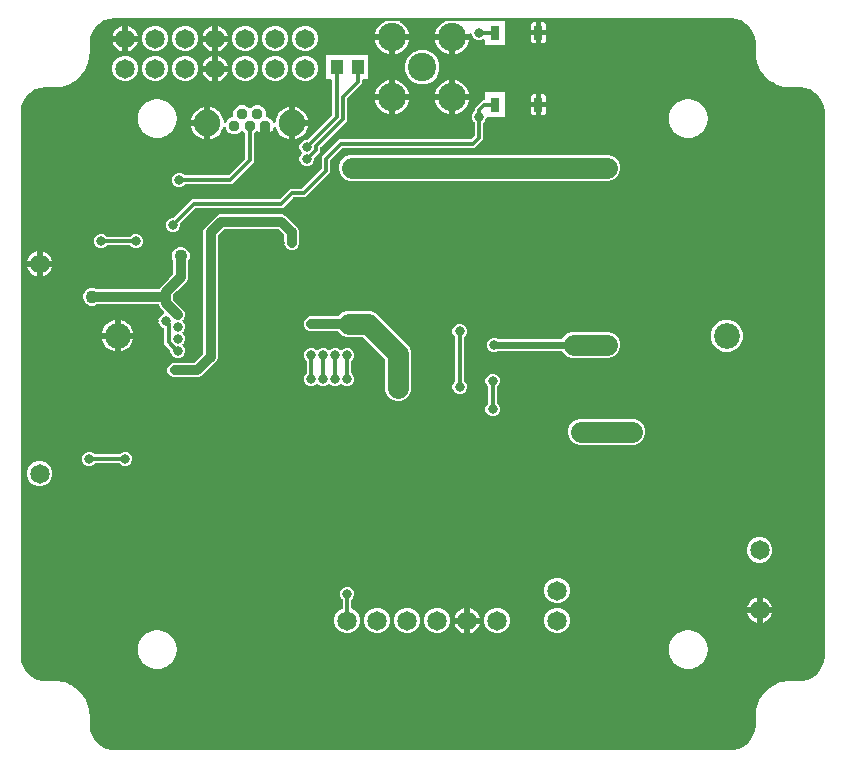
<source format=gbr>
G04 EAGLE Gerber RS-274X export*
G75*
%MOMM*%
%FSLAX34Y34*%
%LPD*%
%INBottom Copper*%
%IPPOS*%
%AMOC8*
5,1,8,0,0,1.08239X$1,22.5*%
G01*
%ADD10C,2.400000*%
%ADD11C,1.650000*%
%ADD12C,0.958000*%
%ADD13C,2.250000*%
%ADD14R,0.762000X1.270000*%
%ADD15C,2.184400*%
%ADD16R,1.016000X1.270000*%
%ADD17C,0.806400*%
%ADD18C,1.106400*%
%ADD19C,0.812800*%
%ADD20C,0.304800*%
%ADD21C,1.778000*%
%ADD22C,0.609600*%
%ADD23C,0.254000*%

G36*
X598192Y4D02*
X598192Y4D01*
X598270Y5D01*
X601448Y255D01*
X601467Y259D01*
X601486Y258D01*
X601645Y286D01*
X604746Y1030D01*
X604764Y1037D01*
X604783Y1040D01*
X604935Y1092D01*
X607881Y2312D01*
X607897Y2322D01*
X607916Y2327D01*
X608058Y2403D01*
X610777Y4069D01*
X610792Y4081D01*
X610809Y4089D01*
X610938Y4186D01*
X613363Y6256D01*
X613376Y6271D01*
X613391Y6282D01*
X613504Y6397D01*
X615574Y8822D01*
X615585Y8838D01*
X615599Y8851D01*
X615691Y8983D01*
X617357Y11702D01*
X617365Y11719D01*
X617377Y11735D01*
X617448Y11879D01*
X618668Y14825D01*
X618673Y14844D01*
X618682Y14861D01*
X618730Y15015D01*
X619474Y18115D01*
X619476Y18134D01*
X619482Y18152D01*
X619505Y18312D01*
X619755Y21490D01*
X619755Y21494D01*
X619756Y21498D01*
X619755Y21516D01*
X619759Y21590D01*
X619759Y29164D01*
X620060Y33367D01*
X620946Y37439D01*
X622402Y41343D01*
X624399Y45001D01*
X626896Y48337D01*
X629843Y51284D01*
X633179Y53781D01*
X636837Y55778D01*
X640741Y57234D01*
X644813Y58120D01*
X649016Y58421D01*
X656590Y58421D01*
X656612Y58424D01*
X656690Y58425D01*
X659868Y58675D01*
X659887Y58679D01*
X659906Y58678D01*
X660065Y58706D01*
X663166Y59450D01*
X663184Y59457D01*
X663203Y59460D01*
X663355Y59512D01*
X666301Y60732D01*
X666317Y60742D01*
X666336Y60747D01*
X666478Y60823D01*
X669197Y62489D01*
X669212Y62501D01*
X669229Y62509D01*
X669358Y62606D01*
X671783Y64676D01*
X671796Y64691D01*
X671811Y64702D01*
X671924Y64817D01*
X673994Y67242D01*
X674005Y67258D01*
X674019Y67271D01*
X674111Y67403D01*
X675777Y70122D01*
X675785Y70139D01*
X675797Y70155D01*
X675868Y70299D01*
X677088Y73245D01*
X677093Y73264D01*
X677102Y73281D01*
X677150Y73435D01*
X677894Y76535D01*
X677896Y76554D01*
X677902Y76572D01*
X677925Y76732D01*
X678175Y79910D01*
X678174Y79932D01*
X678179Y80010D01*
X678179Y537210D01*
X678177Y537232D01*
X678175Y537310D01*
X677925Y540488D01*
X677921Y540507D01*
X677922Y540526D01*
X677894Y540685D01*
X677150Y543786D01*
X677143Y543804D01*
X677140Y543823D01*
X677088Y543975D01*
X675868Y546921D01*
X675858Y546937D01*
X675853Y546956D01*
X675777Y547098D01*
X674111Y549817D01*
X674099Y549832D01*
X674091Y549849D01*
X673994Y549978D01*
X671924Y552403D01*
X671909Y552416D01*
X671898Y552431D01*
X671783Y552544D01*
X669358Y554614D01*
X669342Y554625D01*
X669329Y554639D01*
X669197Y554731D01*
X666478Y556397D01*
X666461Y556405D01*
X666445Y556417D01*
X666301Y556488D01*
X663355Y557708D01*
X663336Y557713D01*
X663319Y557722D01*
X663166Y557770D01*
X660065Y558514D01*
X660046Y558516D01*
X660028Y558522D01*
X659868Y558545D01*
X656690Y558795D01*
X656668Y558794D01*
X656590Y558799D01*
X649016Y558799D01*
X644813Y559100D01*
X640741Y559986D01*
X636837Y561442D01*
X633179Y563439D01*
X629843Y565936D01*
X626896Y568883D01*
X624399Y572219D01*
X622402Y575877D01*
X620946Y579781D01*
X620060Y583853D01*
X619759Y588056D01*
X619759Y595630D01*
X619757Y595652D01*
X619755Y595730D01*
X619505Y598908D01*
X619501Y598927D01*
X619502Y598946D01*
X619474Y599105D01*
X618730Y602206D01*
X618723Y602224D01*
X618720Y602243D01*
X618668Y602395D01*
X617448Y605341D01*
X617438Y605357D01*
X617433Y605376D01*
X617357Y605518D01*
X615691Y608237D01*
X615679Y608252D01*
X615671Y608269D01*
X615574Y608398D01*
X613504Y610823D01*
X613489Y610836D01*
X613478Y610851D01*
X613363Y610964D01*
X610938Y613034D01*
X610922Y613045D01*
X610909Y613059D01*
X610777Y613151D01*
X608058Y614817D01*
X608041Y614825D01*
X608025Y614837D01*
X607881Y614908D01*
X604935Y616128D01*
X604916Y616133D01*
X604899Y616142D01*
X604746Y616190D01*
X601645Y616934D01*
X601626Y616936D01*
X601608Y616942D01*
X601448Y616965D01*
X598270Y617215D01*
X598248Y617214D01*
X598170Y617219D01*
X410464Y617219D01*
X410346Y617204D01*
X410227Y617197D01*
X410189Y617184D01*
X410148Y617179D01*
X410038Y617136D01*
X409925Y617099D01*
X409890Y617077D01*
X409853Y617062D01*
X409757Y616993D01*
X409656Y616929D01*
X409628Y616899D01*
X409595Y616876D01*
X409519Y616784D01*
X409438Y616697D01*
X409418Y616662D01*
X409393Y616631D01*
X409342Y616523D01*
X409284Y616419D01*
X409274Y616379D01*
X409257Y616343D01*
X409235Y616226D01*
X409205Y616111D01*
X409201Y616051D01*
X409197Y616031D01*
X409199Y616010D01*
X409195Y615950D01*
X409195Y595524D01*
X409046Y595375D01*
X392324Y595375D01*
X392175Y595524D01*
X392175Y599325D01*
X392169Y599374D01*
X392171Y599424D01*
X392149Y599531D01*
X392135Y599640D01*
X392117Y599686D01*
X392107Y599735D01*
X392059Y599834D01*
X392018Y599936D01*
X391989Y599976D01*
X391967Y600021D01*
X391896Y600104D01*
X391832Y600193D01*
X391793Y600225D01*
X391761Y600263D01*
X391671Y600326D01*
X391587Y600396D01*
X391542Y600417D01*
X391501Y600446D01*
X391398Y600485D01*
X391299Y600532D01*
X391250Y600541D01*
X391204Y600559D01*
X391094Y600571D01*
X390987Y600591D01*
X390937Y600588D01*
X390888Y600594D01*
X390779Y600578D01*
X390669Y600572D01*
X390622Y600556D01*
X390573Y600549D01*
X390420Y600497D01*
X388556Y599725D01*
X386144Y599725D01*
X383915Y600649D01*
X382209Y602355D01*
X381365Y604392D01*
X381360Y604401D01*
X381357Y604411D01*
X381281Y604538D01*
X381207Y604669D01*
X381200Y604676D01*
X381195Y604684D01*
X381090Y604790D01*
X380986Y604897D01*
X380977Y604902D01*
X380970Y604909D01*
X380841Y604986D01*
X380715Y605063D01*
X380705Y605066D01*
X380696Y605071D01*
X380552Y605113D01*
X380411Y605157D01*
X380401Y605157D01*
X380391Y605160D01*
X380242Y605165D01*
X380093Y605172D01*
X380083Y605170D01*
X380073Y605170D01*
X379929Y605138D01*
X379782Y605108D01*
X379773Y605103D01*
X379763Y605101D01*
X379631Y605034D01*
X379496Y604968D01*
X379488Y604961D01*
X379479Y604957D01*
X379367Y604859D01*
X379254Y604762D01*
X379248Y604754D01*
X379241Y604747D01*
X379157Y604624D01*
X379083Y604519D01*
X365760Y604519D01*
X365642Y604504D01*
X365523Y604497D01*
X365485Y604484D01*
X365445Y604479D01*
X365334Y604436D01*
X365221Y604399D01*
X365187Y604377D01*
X365149Y604362D01*
X365053Y604292D01*
X364952Y604229D01*
X364924Y604199D01*
X364892Y604175D01*
X364816Y604084D01*
X364734Y603997D01*
X364715Y603962D01*
X364689Y603931D01*
X364638Y603823D01*
X364581Y603719D01*
X364570Y603679D01*
X364553Y603643D01*
X364531Y603526D01*
X364501Y603411D01*
X364497Y603350D01*
X364493Y603330D01*
X364495Y603310D01*
X364491Y603250D01*
X364491Y601979D01*
X364489Y601979D01*
X364489Y603250D01*
X364474Y603368D01*
X364467Y603487D01*
X364454Y603525D01*
X364449Y603565D01*
X364405Y603676D01*
X364369Y603789D01*
X364347Y603824D01*
X364332Y603861D01*
X364262Y603957D01*
X364199Y604058D01*
X364169Y604086D01*
X364145Y604119D01*
X364054Y604194D01*
X363967Y604276D01*
X363932Y604296D01*
X363900Y604321D01*
X363793Y604372D01*
X363688Y604430D01*
X363649Y604440D01*
X363613Y604457D01*
X363496Y604479D01*
X363381Y604509D01*
X363320Y604513D01*
X363300Y604517D01*
X363280Y604515D01*
X363220Y604519D01*
X350170Y604519D01*
X350307Y605385D01*
X351015Y607562D01*
X352054Y609601D01*
X353399Y611453D01*
X355017Y613071D01*
X356869Y614416D01*
X357659Y614819D01*
X357676Y614830D01*
X357694Y614838D01*
X357807Y614920D01*
X357922Y614998D01*
X357936Y615013D01*
X357952Y615024D01*
X358040Y615132D01*
X358133Y615236D01*
X358142Y615254D01*
X358155Y615269D01*
X358214Y615396D01*
X358277Y615520D01*
X358282Y615539D01*
X358290Y615557D01*
X358316Y615694D01*
X358347Y615830D01*
X358346Y615850D01*
X358350Y615870D01*
X358341Y616009D01*
X358337Y616148D01*
X358331Y616167D01*
X358330Y616187D01*
X358287Y616319D01*
X358248Y616453D01*
X358238Y616471D01*
X358232Y616489D01*
X358158Y616607D01*
X358087Y616727D01*
X358073Y616741D01*
X358062Y616758D01*
X357960Y616854D01*
X357862Y616952D01*
X357845Y616962D01*
X357830Y616976D01*
X357708Y617043D01*
X357588Y617114D01*
X357569Y617120D01*
X357552Y617130D01*
X357417Y617164D01*
X357283Y617203D01*
X357263Y617204D01*
X357244Y617209D01*
X357083Y617219D01*
X321097Y617219D01*
X321077Y617217D01*
X321057Y617219D01*
X320920Y617197D01*
X320781Y617179D01*
X320763Y617172D01*
X320743Y617169D01*
X320615Y617114D01*
X320486Y617062D01*
X320470Y617051D01*
X320451Y617043D01*
X320341Y616957D01*
X320228Y616876D01*
X320216Y616860D01*
X320200Y616848D01*
X320114Y616738D01*
X320025Y616631D01*
X320017Y616613D01*
X320005Y616597D01*
X319949Y616469D01*
X319890Y616343D01*
X319886Y616323D01*
X319878Y616305D01*
X319856Y616167D01*
X319830Y616031D01*
X319831Y616011D01*
X319828Y615991D01*
X319841Y615852D01*
X319850Y615713D01*
X319856Y615694D01*
X319858Y615674D01*
X319905Y615543D01*
X319948Y615411D01*
X319959Y615394D01*
X319965Y615375D01*
X320044Y615260D01*
X320118Y615142D01*
X320133Y615128D01*
X320144Y615112D01*
X320248Y615020D01*
X320350Y614924D01*
X320367Y614914D01*
X320382Y614901D01*
X320521Y614819D01*
X321311Y614416D01*
X323163Y613071D01*
X324781Y611453D01*
X326126Y609601D01*
X327165Y607562D01*
X327873Y605385D01*
X328010Y604519D01*
X314960Y604519D01*
X314842Y604504D01*
X314723Y604497D01*
X314685Y604484D01*
X314645Y604479D01*
X314534Y604436D01*
X314421Y604399D01*
X314387Y604377D01*
X314349Y604362D01*
X314253Y604292D01*
X314152Y604229D01*
X314124Y604199D01*
X314092Y604175D01*
X314016Y604084D01*
X313934Y603997D01*
X313915Y603962D01*
X313889Y603931D01*
X313838Y603823D01*
X313781Y603719D01*
X313770Y603679D01*
X313753Y603643D01*
X313731Y603526D01*
X313701Y603411D01*
X313697Y603350D01*
X313693Y603330D01*
X313695Y603310D01*
X313691Y603250D01*
X313691Y601979D01*
X313689Y601979D01*
X313689Y603250D01*
X313674Y603368D01*
X313667Y603487D01*
X313654Y603525D01*
X313649Y603565D01*
X313605Y603676D01*
X313569Y603789D01*
X313547Y603824D01*
X313532Y603861D01*
X313462Y603957D01*
X313399Y604058D01*
X313369Y604086D01*
X313345Y604119D01*
X313254Y604194D01*
X313167Y604276D01*
X313132Y604296D01*
X313100Y604321D01*
X312993Y604372D01*
X312888Y604430D01*
X312849Y604440D01*
X312813Y604457D01*
X312696Y604479D01*
X312581Y604509D01*
X312520Y604513D01*
X312500Y604517D01*
X312480Y604515D01*
X312420Y604519D01*
X299370Y604519D01*
X299507Y605385D01*
X300215Y607562D01*
X301254Y609601D01*
X302599Y611453D01*
X304217Y613071D01*
X306069Y614416D01*
X306859Y614819D01*
X306876Y614830D01*
X306894Y614838D01*
X307007Y614920D01*
X307122Y614998D01*
X307136Y615013D01*
X307152Y615024D01*
X307240Y615132D01*
X307333Y615236D01*
X307342Y615254D01*
X307355Y615269D01*
X307414Y615396D01*
X307477Y615520D01*
X307482Y615539D01*
X307490Y615557D01*
X307516Y615694D01*
X307547Y615830D01*
X307546Y615850D01*
X307550Y615870D01*
X307541Y616009D01*
X307537Y616148D01*
X307531Y616167D01*
X307530Y616187D01*
X307487Y616319D01*
X307448Y616453D01*
X307438Y616471D01*
X307432Y616489D01*
X307358Y616607D01*
X307287Y616727D01*
X307273Y616741D01*
X307262Y616758D01*
X307160Y616854D01*
X307062Y616952D01*
X307045Y616962D01*
X307030Y616976D01*
X306908Y617043D01*
X306788Y617114D01*
X306769Y617120D01*
X306752Y617130D01*
X306617Y617164D01*
X306483Y617203D01*
X306463Y617204D01*
X306444Y617209D01*
X306283Y617219D01*
X80010Y617219D01*
X79988Y617217D01*
X79910Y617215D01*
X76732Y616965D01*
X76713Y616961D01*
X76694Y616962D01*
X76535Y616934D01*
X73435Y616190D01*
X73416Y616183D01*
X73397Y616180D01*
X73245Y616128D01*
X70299Y614908D01*
X70283Y614898D01*
X70264Y614893D01*
X70122Y614817D01*
X67403Y613151D01*
X67388Y613139D01*
X67371Y613131D01*
X67242Y613034D01*
X64817Y610964D01*
X64804Y610949D01*
X64789Y610938D01*
X64676Y610823D01*
X62606Y608398D01*
X62595Y608382D01*
X62581Y608369D01*
X62489Y608237D01*
X60823Y605518D01*
X60815Y605501D01*
X60803Y605485D01*
X60732Y605341D01*
X59512Y602395D01*
X59507Y602376D01*
X59498Y602359D01*
X59450Y602206D01*
X58706Y599105D01*
X58704Y599086D01*
X58698Y599068D01*
X58675Y598908D01*
X58425Y595730D01*
X58426Y595708D01*
X58421Y595630D01*
X58421Y588056D01*
X58120Y583853D01*
X57234Y579781D01*
X55778Y575877D01*
X53781Y572219D01*
X51284Y568883D01*
X48337Y565936D01*
X45001Y563439D01*
X41343Y561442D01*
X37439Y559986D01*
X33367Y559100D01*
X29164Y558799D01*
X21590Y558799D01*
X21568Y558797D01*
X21490Y558795D01*
X18312Y558545D01*
X18293Y558541D01*
X18274Y558542D01*
X18115Y558514D01*
X15015Y557770D01*
X14996Y557763D01*
X14977Y557760D01*
X14825Y557708D01*
X11879Y556488D01*
X11863Y556478D01*
X11844Y556473D01*
X11702Y556397D01*
X8983Y554731D01*
X8968Y554719D01*
X8951Y554711D01*
X8822Y554614D01*
X6397Y552544D01*
X6384Y552529D01*
X6369Y552518D01*
X6256Y552403D01*
X4186Y549978D01*
X4175Y549962D01*
X4161Y549949D01*
X4069Y549817D01*
X2403Y547098D01*
X2395Y547081D01*
X2383Y547065D01*
X2312Y546921D01*
X1092Y543975D01*
X1087Y543956D01*
X1078Y543939D01*
X1030Y543786D01*
X286Y540685D01*
X284Y540666D01*
X278Y540648D01*
X255Y540488D01*
X5Y537310D01*
X6Y537288D01*
X1Y537210D01*
X1Y80010D01*
X4Y79988D01*
X5Y79910D01*
X255Y76732D01*
X259Y76713D01*
X258Y76694D01*
X286Y76535D01*
X1030Y73435D01*
X1037Y73416D01*
X1040Y73397D01*
X1092Y73245D01*
X2312Y70299D01*
X2322Y70283D01*
X2327Y70264D01*
X2403Y70122D01*
X4069Y67403D01*
X4081Y67388D01*
X4089Y67371D01*
X4186Y67242D01*
X6256Y64817D01*
X6271Y64804D01*
X6282Y64789D01*
X6397Y64676D01*
X8822Y62606D01*
X8838Y62595D01*
X8851Y62581D01*
X8983Y62489D01*
X11702Y60823D01*
X11719Y60815D01*
X11735Y60803D01*
X11879Y60732D01*
X14825Y59512D01*
X14844Y59507D01*
X14861Y59498D01*
X15015Y59450D01*
X18115Y58706D01*
X18134Y58704D01*
X18152Y58698D01*
X18312Y58675D01*
X21490Y58425D01*
X21512Y58426D01*
X21590Y58421D01*
X29164Y58421D01*
X33367Y58120D01*
X37439Y57234D01*
X41343Y55778D01*
X45001Y53781D01*
X48337Y51284D01*
X51284Y48337D01*
X53781Y45001D01*
X55778Y41343D01*
X57234Y37439D01*
X58120Y33367D01*
X58421Y29164D01*
X58421Y21590D01*
X58424Y21568D01*
X58425Y21490D01*
X58675Y18312D01*
X58679Y18293D01*
X58678Y18274D01*
X58706Y18115D01*
X59450Y15015D01*
X59457Y14996D01*
X59460Y14977D01*
X59512Y14825D01*
X60732Y11879D01*
X60742Y11863D01*
X60747Y11844D01*
X60823Y11702D01*
X62489Y8983D01*
X62501Y8968D01*
X62509Y8951D01*
X62606Y8822D01*
X64676Y6397D01*
X64691Y6384D01*
X64702Y6369D01*
X64817Y6256D01*
X67242Y4186D01*
X67258Y4175D01*
X67271Y4161D01*
X67403Y4069D01*
X70122Y2403D01*
X70139Y2395D01*
X70155Y2383D01*
X70299Y2312D01*
X73245Y1092D01*
X73264Y1087D01*
X73281Y1078D01*
X73435Y1030D01*
X76535Y286D01*
X76554Y284D01*
X76572Y278D01*
X76732Y255D01*
X79910Y5D01*
X79932Y6D01*
X80010Y1D01*
X598170Y1D01*
X598192Y4D01*
G37*
%LPC*%
G36*
X277227Y480567D02*
X277227Y480567D01*
X273213Y482230D01*
X270140Y485303D01*
X268477Y489317D01*
X268477Y493663D01*
X270140Y497677D01*
X273213Y500750D01*
X277227Y502413D01*
X497473Y502413D01*
X501487Y500750D01*
X504560Y497677D01*
X506223Y493663D01*
X506223Y489317D01*
X504560Y485303D01*
X501487Y482230D01*
X497473Y480567D01*
X277227Y480567D01*
G37*
%LPD*%
%LPC*%
G36*
X128327Y313943D02*
X128327Y313943D01*
X126086Y314871D01*
X124371Y316586D01*
X123443Y318827D01*
X123443Y321253D01*
X124371Y323494D01*
X126086Y325209D01*
X128327Y326137D01*
X145539Y326137D01*
X145637Y326149D01*
X145736Y326152D01*
X145794Y326169D01*
X145854Y326177D01*
X145947Y326213D01*
X146042Y326241D01*
X146094Y326271D01*
X146150Y326294D01*
X146230Y326352D01*
X146316Y326402D01*
X146391Y326468D01*
X146407Y326480D01*
X146415Y326490D01*
X146436Y326508D01*
X153552Y333624D01*
X153612Y333702D01*
X153680Y333774D01*
X153709Y333827D01*
X153746Y333875D01*
X153786Y333966D01*
X153834Y334052D01*
X153849Y334111D01*
X153873Y334167D01*
X153888Y334265D01*
X153913Y334360D01*
X153919Y334460D01*
X153923Y334481D01*
X153921Y334493D01*
X153923Y334521D01*
X153923Y438093D01*
X154851Y440334D01*
X165456Y450939D01*
X167697Y451867D01*
X220923Y451867D01*
X223164Y450939D01*
X233769Y440334D01*
X234697Y438093D01*
X234697Y426777D01*
X233769Y424536D01*
X232054Y422821D01*
X229813Y421893D01*
X227387Y421893D01*
X225146Y422821D01*
X223431Y424536D01*
X222503Y426777D01*
X222503Y433829D01*
X222491Y433927D01*
X222488Y434026D01*
X222471Y434084D01*
X222463Y434144D01*
X222427Y434237D01*
X222399Y434332D01*
X222369Y434384D01*
X222346Y434440D01*
X222288Y434520D01*
X222238Y434606D01*
X222172Y434681D01*
X222160Y434697D01*
X222150Y434705D01*
X222132Y434726D01*
X217556Y439302D01*
X217478Y439362D01*
X217406Y439430D01*
X217353Y439459D01*
X217305Y439496D01*
X217214Y439536D01*
X217128Y439584D01*
X217069Y439599D01*
X217013Y439623D01*
X216915Y439638D01*
X216820Y439663D01*
X216720Y439669D01*
X216699Y439673D01*
X216687Y439671D01*
X216659Y439673D01*
X171961Y439673D01*
X171863Y439661D01*
X171764Y439658D01*
X171706Y439641D01*
X171646Y439633D01*
X171553Y439597D01*
X171458Y439569D01*
X171406Y439539D01*
X171350Y439516D01*
X171270Y439458D01*
X171184Y439408D01*
X171109Y439342D01*
X171093Y439330D01*
X171085Y439320D01*
X171064Y439302D01*
X166488Y434726D01*
X166428Y434648D01*
X166360Y434576D01*
X166331Y434523D01*
X166294Y434475D01*
X166254Y434384D01*
X166206Y434298D01*
X166191Y434239D01*
X166167Y434183D01*
X166152Y434085D01*
X166127Y433990D01*
X166121Y433890D01*
X166117Y433869D01*
X166119Y433857D01*
X166117Y433829D01*
X166117Y330257D01*
X165189Y328016D01*
X152044Y314871D01*
X149803Y313943D01*
X128327Y313943D01*
G37*
%LPD*%
%LPC*%
G36*
X127064Y437165D02*
X127064Y437165D01*
X124835Y438089D01*
X123129Y439795D01*
X122205Y442024D01*
X122205Y444436D01*
X123129Y446665D01*
X124835Y448371D01*
X127064Y449295D01*
X128779Y449295D01*
X128877Y449307D01*
X128976Y449310D01*
X129034Y449327D01*
X129095Y449335D01*
X129187Y449371D01*
X129282Y449399D01*
X129334Y449429D01*
X129390Y449452D01*
X129470Y449510D01*
X129556Y449560D01*
X129631Y449626D01*
X129648Y449638D01*
X129655Y449648D01*
X129667Y449659D01*
X129668Y449659D01*
X129677Y449666D01*
X144577Y464567D01*
X217711Y464567D01*
X217809Y464579D01*
X217908Y464582D01*
X217966Y464599D01*
X218027Y464607D01*
X218119Y464643D01*
X218214Y464671D01*
X218266Y464701D01*
X218322Y464724D01*
X218402Y464782D01*
X218488Y464832D01*
X218563Y464898D01*
X218580Y464910D01*
X218587Y464920D01*
X218609Y464938D01*
X227127Y473457D01*
X236761Y473457D01*
X236859Y473469D01*
X236958Y473472D01*
X237016Y473489D01*
X237077Y473497D01*
X237169Y473533D01*
X237264Y473561D01*
X237316Y473591D01*
X237372Y473614D01*
X237452Y473672D01*
X237538Y473722D01*
X237613Y473788D01*
X237630Y473800D01*
X237637Y473810D01*
X237659Y473828D01*
X253882Y490051D01*
X253942Y490130D01*
X254010Y490202D01*
X254039Y490255D01*
X254076Y490303D01*
X254116Y490394D01*
X254164Y490480D01*
X254179Y490539D01*
X254203Y490595D01*
X254218Y490693D01*
X254243Y490788D01*
X254249Y490888D01*
X254253Y490909D01*
X254251Y490921D01*
X254253Y490949D01*
X254253Y500583D01*
X269037Y515367D01*
X380271Y515367D01*
X380369Y515379D01*
X380468Y515382D01*
X380526Y515399D01*
X380587Y515407D01*
X380679Y515443D01*
X380774Y515471D01*
X380826Y515501D01*
X380882Y515524D01*
X380962Y515582D01*
X381048Y515632D01*
X381123Y515698D01*
X381140Y515710D01*
X381147Y515720D01*
X381169Y515738D01*
X383422Y517991D01*
X383482Y518070D01*
X383550Y518142D01*
X383579Y518195D01*
X383616Y518243D01*
X383656Y518334D01*
X383704Y518420D01*
X383719Y518479D01*
X383743Y518535D01*
X383758Y518633D01*
X383783Y518728D01*
X383789Y518828D01*
X383793Y518849D01*
X383791Y518861D01*
X383793Y518889D01*
X383793Y529124D01*
X383781Y529222D01*
X383778Y529321D01*
X383761Y529380D01*
X383753Y529440D01*
X383717Y529532D01*
X383689Y529627D01*
X383659Y529679D01*
X383636Y529735D01*
X383578Y529815D01*
X383528Y529901D01*
X383462Y529976D01*
X383450Y529993D01*
X383440Y530000D01*
X383422Y530022D01*
X382209Y531235D01*
X381285Y533464D01*
X381285Y535876D01*
X382209Y538105D01*
X383422Y539318D01*
X383482Y539397D01*
X383550Y539469D01*
X383579Y539522D01*
X383616Y539570D01*
X383656Y539661D01*
X383704Y539747D01*
X383719Y539806D01*
X383743Y539861D01*
X383758Y539959D01*
X383783Y540055D01*
X383789Y540155D01*
X383793Y540176D01*
X383791Y540188D01*
X383793Y540216D01*
X383793Y541943D01*
X390237Y548387D01*
X390906Y548387D01*
X391024Y548402D01*
X391143Y548409D01*
X391181Y548422D01*
X391222Y548427D01*
X391332Y548470D01*
X391445Y548507D01*
X391480Y548529D01*
X391517Y548544D01*
X391613Y548613D01*
X391714Y548677D01*
X391742Y548707D01*
X391775Y548730D01*
X391851Y548822D01*
X391932Y548909D01*
X391952Y548944D01*
X391977Y548975D01*
X392028Y549083D01*
X392086Y549187D01*
X392096Y549227D01*
X392113Y549263D01*
X392135Y549380D01*
X392165Y549495D01*
X392169Y549555D01*
X392173Y549575D01*
X392171Y549596D01*
X392175Y549656D01*
X392175Y555096D01*
X392324Y555245D01*
X409046Y555245D01*
X409195Y555096D01*
X409195Y534564D01*
X409046Y534415D01*
X394657Y534415D01*
X394628Y534412D01*
X394598Y534414D01*
X394470Y534392D01*
X394341Y534375D01*
X394314Y534365D01*
X394285Y534360D01*
X394166Y534306D01*
X394046Y534258D01*
X394022Y534241D01*
X393995Y534229D01*
X393894Y534148D01*
X393788Y534072D01*
X393770Y534049D01*
X393747Y534030D01*
X393668Y533927D01*
X393586Y533827D01*
X393573Y533800D01*
X393555Y533776D01*
X393484Y533632D01*
X392491Y531235D01*
X391278Y530022D01*
X391218Y529943D01*
X391150Y529871D01*
X391121Y529818D01*
X391084Y529770D01*
X391044Y529679D01*
X390996Y529593D01*
X390981Y529534D01*
X390957Y529479D01*
X390942Y529381D01*
X390917Y529285D01*
X390911Y529185D01*
X390907Y529164D01*
X390909Y529152D01*
X390907Y529124D01*
X390907Y515417D01*
X383743Y508253D01*
X272509Y508253D01*
X272411Y508241D01*
X272312Y508238D01*
X272254Y508221D01*
X272193Y508213D01*
X272101Y508177D01*
X272006Y508149D01*
X271954Y508119D01*
X271898Y508096D01*
X271818Y508038D01*
X271732Y507988D01*
X271657Y507922D01*
X271640Y507910D01*
X271633Y507900D01*
X271611Y507882D01*
X261738Y498009D01*
X261678Y497930D01*
X261610Y497858D01*
X261581Y497805D01*
X261544Y497757D01*
X261504Y497666D01*
X261456Y497580D01*
X261441Y497521D01*
X261417Y497465D01*
X261402Y497367D01*
X261377Y497272D01*
X261371Y497172D01*
X261367Y497151D01*
X261369Y497139D01*
X261367Y497111D01*
X261367Y487477D01*
X240233Y466343D01*
X230599Y466343D01*
X230501Y466331D01*
X230402Y466328D01*
X230344Y466311D01*
X230283Y466303D01*
X230191Y466267D01*
X230096Y466239D01*
X230044Y466209D01*
X229988Y466186D01*
X229908Y466128D01*
X229822Y466078D01*
X229747Y466012D01*
X229730Y466000D01*
X229723Y465990D01*
X229701Y465972D01*
X221183Y457453D01*
X148049Y457453D01*
X147951Y457441D01*
X147852Y457438D01*
X147794Y457421D01*
X147733Y457413D01*
X147641Y457377D01*
X147546Y457349D01*
X147494Y457319D01*
X147438Y457296D01*
X147358Y457238D01*
X147272Y457188D01*
X147197Y457122D01*
X147180Y457110D01*
X147173Y457100D01*
X147151Y457082D01*
X134706Y444637D01*
X134646Y444558D01*
X134578Y444486D01*
X134549Y444433D01*
X134512Y444385D01*
X134472Y444294D01*
X134424Y444208D01*
X134409Y444149D01*
X134385Y444093D01*
X134370Y443995D01*
X134345Y443900D01*
X134339Y443800D01*
X134335Y443779D01*
X134337Y443767D01*
X134335Y443739D01*
X134335Y442024D01*
X133411Y439795D01*
X131705Y438089D01*
X129476Y437165D01*
X127064Y437165D01*
G37*
%LPD*%
%LPC*%
G36*
X316597Y293877D02*
X316597Y293877D01*
X312583Y295540D01*
X309510Y298613D01*
X307847Y302627D01*
X307847Y328960D01*
X307835Y329058D01*
X307832Y329157D01*
X307815Y329215D01*
X307807Y329275D01*
X307771Y329368D01*
X307743Y329463D01*
X307713Y329515D01*
X307690Y329571D01*
X307632Y329651D01*
X307582Y329737D01*
X307516Y329812D01*
X307504Y329828D01*
X307494Y329836D01*
X307476Y329857D01*
X289217Y348116D01*
X289139Y348176D01*
X289067Y348244D01*
X289014Y348273D01*
X288966Y348310D01*
X288875Y348350D01*
X288789Y348398D01*
X288730Y348413D01*
X288674Y348437D01*
X288576Y348452D01*
X288481Y348477D01*
X288381Y348483D01*
X288360Y348487D01*
X288348Y348485D01*
X288320Y348487D01*
X274687Y348487D01*
X270673Y350150D01*
X267881Y352942D01*
X267803Y353002D01*
X267731Y353070D01*
X267678Y353099D01*
X267630Y353136D01*
X267539Y353176D01*
X267453Y353224D01*
X267394Y353239D01*
X267338Y353263D01*
X267240Y353278D01*
X267145Y353303D01*
X267045Y353309D01*
X267024Y353313D01*
X267012Y353311D01*
X266984Y353313D01*
X243897Y353313D01*
X241656Y354241D01*
X239941Y355956D01*
X239013Y358197D01*
X239013Y360623D01*
X239941Y362864D01*
X241656Y364579D01*
X243897Y365507D01*
X266984Y365507D01*
X267082Y365519D01*
X267181Y365522D01*
X267239Y365539D01*
X267299Y365547D01*
X267392Y365583D01*
X267487Y365611D01*
X267539Y365641D01*
X267595Y365664D01*
X267675Y365722D01*
X267761Y365772D01*
X267836Y365838D01*
X267852Y365850D01*
X267860Y365860D01*
X267881Y365878D01*
X270673Y368670D01*
X274687Y370333D01*
X295543Y370333D01*
X299557Y368670D01*
X328030Y340197D01*
X329693Y336183D01*
X329693Y302627D01*
X328030Y298613D01*
X324957Y295540D01*
X320943Y293877D01*
X316597Y293877D01*
G37*
%LPD*%
%LPC*%
G36*
X130874Y330485D02*
X130874Y330485D01*
X128645Y331409D01*
X126939Y333115D01*
X126015Y335344D01*
X126015Y336488D01*
X126003Y336586D01*
X126000Y336685D01*
X125983Y336743D01*
X125975Y336803D01*
X125939Y336896D01*
X125911Y336991D01*
X125881Y337043D01*
X125858Y337099D01*
X125800Y337179D01*
X125750Y337265D01*
X125684Y337340D01*
X125672Y337357D01*
X125662Y337364D01*
X125644Y337385D01*
X120903Y342126D01*
X120903Y354959D01*
X120900Y354988D01*
X120902Y355017D01*
X120880Y355146D01*
X120863Y355274D01*
X120853Y355302D01*
X120848Y355331D01*
X120794Y355449D01*
X120746Y355570D01*
X120729Y355594D01*
X120717Y355621D01*
X120636Y355722D01*
X120560Y355827D01*
X120537Y355846D01*
X120518Y355869D01*
X120415Y355947D01*
X120315Y356030D01*
X120288Y356043D01*
X120264Y356060D01*
X120120Y356131D01*
X118485Y356809D01*
X116779Y358515D01*
X115855Y360744D01*
X115855Y363156D01*
X116779Y365385D01*
X118485Y367091D01*
X120203Y367803D01*
X120246Y367828D01*
X120293Y367845D01*
X120384Y367906D01*
X120479Y367961D01*
X120515Y367995D01*
X120556Y368023D01*
X120628Y368105D01*
X120708Y368182D01*
X120734Y368224D01*
X120766Y368262D01*
X120816Y368359D01*
X120874Y368453D01*
X120888Y368501D01*
X120911Y368545D01*
X120935Y368652D01*
X120967Y368757D01*
X120970Y368807D01*
X120981Y368855D01*
X120977Y368965D01*
X120983Y369075D01*
X120972Y369123D01*
X120971Y369173D01*
X120940Y369279D01*
X120918Y369386D01*
X120896Y369431D01*
X120883Y369479D01*
X120827Y369573D01*
X120779Y369672D01*
X120746Y369710D01*
X120721Y369752D01*
X120615Y369873D01*
X118645Y371843D01*
X116751Y373736D01*
X116067Y375390D01*
X116052Y375415D01*
X116043Y375443D01*
X115973Y375553D01*
X115909Y375666D01*
X115889Y375687D01*
X115873Y375712D01*
X115778Y375801D01*
X115688Y375894D01*
X115663Y375910D01*
X115641Y375930D01*
X115527Y375993D01*
X115417Y376061D01*
X115388Y376069D01*
X115363Y376084D01*
X115237Y376116D01*
X115113Y376154D01*
X115083Y376156D01*
X115055Y376163D01*
X114894Y376173D01*
X64817Y376173D01*
X64719Y376161D01*
X64620Y376158D01*
X64562Y376141D01*
X64502Y376133D01*
X64410Y376097D01*
X64314Y376069D01*
X64262Y376039D01*
X64206Y376016D01*
X64126Y375958D01*
X64040Y375908D01*
X63989Y375863D01*
X61195Y374705D01*
X58185Y374705D01*
X55405Y375857D01*
X53277Y377985D01*
X52125Y380765D01*
X52125Y383775D01*
X53277Y386555D01*
X55405Y388683D01*
X58185Y389835D01*
X61195Y389835D01*
X64006Y388670D01*
X64070Y388610D01*
X64123Y388581D01*
X64171Y388544D01*
X64262Y388504D01*
X64349Y388456D01*
X64407Y388441D01*
X64463Y388417D01*
X64561Y388402D01*
X64656Y388377D01*
X64756Y388371D01*
X64777Y388367D01*
X64789Y388369D01*
X64817Y388367D01*
X115274Y388367D01*
X115303Y388370D01*
X115332Y388368D01*
X115460Y388390D01*
X115589Y388407D01*
X115617Y388417D01*
X115646Y388422D01*
X115764Y388476D01*
X115885Y388524D01*
X115909Y388541D01*
X115936Y388553D01*
X116037Y388634D01*
X116142Y388710D01*
X116161Y388733D01*
X116184Y388752D01*
X116262Y388855D01*
X116345Y388955D01*
X116358Y388982D01*
X116375Y389006D01*
X116446Y389150D01*
X116751Y389887D01*
X124431Y397567D01*
X124801Y397720D01*
X124809Y397724D01*
X124818Y397727D01*
X124946Y397803D01*
X125077Y397877D01*
X125084Y397884D01*
X125092Y397888D01*
X125213Y397995D01*
X128152Y400934D01*
X128212Y401012D01*
X128280Y401084D01*
X128309Y401137D01*
X128346Y401185D01*
X128386Y401276D01*
X128434Y401362D01*
X128449Y401421D01*
X128473Y401477D01*
X128488Y401575D01*
X128513Y401670D01*
X128519Y401771D01*
X128523Y401791D01*
X128521Y401803D01*
X128523Y401831D01*
X128523Y411433D01*
X128511Y411531D01*
X128508Y411630D01*
X128491Y411688D01*
X128483Y411748D01*
X128447Y411840D01*
X128419Y411936D01*
X128389Y411988D01*
X128366Y412044D01*
X128308Y412124D01*
X128258Y412210D01*
X128213Y412261D01*
X127055Y415055D01*
X127055Y418065D01*
X128207Y420845D01*
X130335Y422973D01*
X133115Y424125D01*
X136125Y424125D01*
X138905Y422973D01*
X141033Y420845D01*
X142185Y418065D01*
X142185Y415055D01*
X141020Y412244D01*
X140960Y412180D01*
X140931Y412127D01*
X140894Y412079D01*
X140854Y411988D01*
X140806Y411901D01*
X140791Y411843D01*
X140767Y411787D01*
X140752Y411689D01*
X140727Y411594D01*
X140721Y411494D01*
X140717Y411473D01*
X140719Y411461D01*
X140717Y411433D01*
X140717Y397567D01*
X139789Y395326D01*
X131692Y387229D01*
X131322Y387076D01*
X131314Y387072D01*
X131305Y387069D01*
X131176Y386993D01*
X131046Y386919D01*
X131039Y386912D01*
X131031Y386908D01*
X130910Y386801D01*
X128388Y384280D01*
X128328Y384201D01*
X128260Y384129D01*
X128231Y384076D01*
X128194Y384028D01*
X128154Y383937D01*
X128106Y383851D01*
X128091Y383792D01*
X128067Y383736D01*
X128052Y383639D01*
X128027Y383543D01*
X128021Y383443D01*
X128017Y383422D01*
X128019Y383410D01*
X128017Y383382D01*
X128017Y380241D01*
X128029Y380143D01*
X128032Y380044D01*
X128049Y379986D01*
X128057Y379926D01*
X128093Y379833D01*
X128121Y379738D01*
X128151Y379686D01*
X128174Y379630D01*
X128232Y379550D01*
X128282Y379464D01*
X128348Y379389D01*
X128360Y379373D01*
X128370Y379365D01*
X128388Y379344D01*
X137249Y370484D01*
X138177Y368243D01*
X138177Y365817D01*
X137249Y363576D01*
X136497Y362825D01*
X136424Y362731D01*
X136345Y362642D01*
X136327Y362606D01*
X136302Y362574D01*
X136255Y362464D01*
X136201Y362358D01*
X136192Y362319D01*
X136176Y362282D01*
X136157Y362164D01*
X136131Y362048D01*
X136132Y362008D01*
X136126Y361968D01*
X136137Y361849D01*
X136141Y361730D01*
X136152Y361691D01*
X136156Y361651D01*
X136196Y361539D01*
X136229Y361425D01*
X136250Y361390D01*
X136263Y361352D01*
X136330Y361253D01*
X136391Y361151D01*
X136430Y361105D01*
X136442Y361089D01*
X136457Y361075D01*
X136497Y361030D01*
X137221Y360305D01*
X138145Y358076D01*
X138145Y355664D01*
X137221Y353435D01*
X136474Y352688D01*
X136401Y352594D01*
X136323Y352504D01*
X136304Y352468D01*
X136279Y352436D01*
X136232Y352327D01*
X136178Y352221D01*
X136169Y352182D01*
X136153Y352144D01*
X136134Y352027D01*
X136108Y351911D01*
X136110Y351870D01*
X136103Y351830D01*
X136114Y351712D01*
X136118Y351593D01*
X136129Y351554D01*
X136133Y351514D01*
X136173Y351401D01*
X136206Y351287D01*
X136227Y351253D01*
X136241Y351214D01*
X136307Y351116D01*
X136368Y351013D01*
X136408Y350968D01*
X136419Y350951D01*
X136434Y350938D01*
X136474Y350893D01*
X137221Y350145D01*
X138145Y347916D01*
X138145Y345504D01*
X137221Y343275D01*
X136474Y342527D01*
X136401Y342433D01*
X136323Y342344D01*
X136304Y342308D01*
X136279Y342276D01*
X136232Y342167D01*
X136178Y342061D01*
X136169Y342022D01*
X136153Y341984D01*
X136134Y341867D01*
X136108Y341751D01*
X136110Y341710D01*
X136103Y341670D01*
X136114Y341552D01*
X136118Y341433D01*
X136129Y341394D01*
X136133Y341354D01*
X136173Y341242D01*
X136206Y341127D01*
X136227Y341092D01*
X136241Y341054D01*
X136307Y340956D01*
X136368Y340853D01*
X136408Y340808D01*
X136419Y340791D01*
X136435Y340778D01*
X136474Y340732D01*
X137221Y339985D01*
X138145Y337756D01*
X138145Y335344D01*
X137221Y333115D01*
X135515Y331409D01*
X133286Y330485D01*
X130874Y330485D01*
G37*
%LPD*%
%LPC*%
G36*
X240094Y493045D02*
X240094Y493045D01*
X237865Y493969D01*
X236159Y495675D01*
X235235Y497904D01*
X235235Y500316D01*
X236159Y502545D01*
X236906Y503292D01*
X236979Y503386D01*
X237057Y503476D01*
X237076Y503512D01*
X237101Y503544D01*
X237148Y503653D01*
X237202Y503759D01*
X237211Y503798D01*
X237227Y503836D01*
X237246Y503953D01*
X237272Y504069D01*
X237270Y504110D01*
X237277Y504150D01*
X237266Y504268D01*
X237262Y504387D01*
X237251Y504426D01*
X237247Y504466D01*
X237207Y504579D01*
X237174Y504693D01*
X237153Y504727D01*
X237139Y504766D01*
X237073Y504864D01*
X237012Y504967D01*
X236972Y505012D01*
X236961Y505029D01*
X236946Y505042D01*
X236906Y505087D01*
X236159Y505835D01*
X235235Y508064D01*
X235235Y510476D01*
X236159Y512705D01*
X237865Y514411D01*
X240094Y515335D01*
X241809Y515335D01*
X241907Y515347D01*
X242006Y515350D01*
X242064Y515367D01*
X242125Y515375D01*
X242217Y515411D01*
X242312Y515439D01*
X242364Y515469D01*
X242420Y515492D01*
X242500Y515550D01*
X242586Y515600D01*
X242661Y515666D01*
X242678Y515678D01*
X242685Y515688D01*
X242707Y515706D01*
X262772Y535771D01*
X262832Y535850D01*
X262900Y535922D01*
X262929Y535975D01*
X262966Y536023D01*
X263006Y536114D01*
X263054Y536200D01*
X263069Y536259D01*
X263093Y536315D01*
X263108Y536413D01*
X263133Y536508D01*
X263139Y536608D01*
X263143Y536629D01*
X263141Y536641D01*
X263143Y536669D01*
X263143Y564896D01*
X263128Y565014D01*
X263121Y565133D01*
X263108Y565171D01*
X263103Y565212D01*
X263060Y565322D01*
X263023Y565435D01*
X263001Y565470D01*
X262986Y565507D01*
X262917Y565603D01*
X262853Y565704D01*
X262823Y565732D01*
X262800Y565765D01*
X262708Y565841D01*
X262621Y565922D01*
X262586Y565942D01*
X262555Y565967D01*
X262447Y566018D01*
X262343Y566076D01*
X262303Y566086D01*
X262267Y566103D01*
X262150Y566125D01*
X262035Y566155D01*
X261975Y566159D01*
X261955Y566163D01*
X261934Y566161D01*
X261874Y566165D01*
X257704Y566165D01*
X257555Y566314D01*
X257555Y586846D01*
X257704Y586995D01*
X293476Y586995D01*
X293625Y586846D01*
X293625Y566314D01*
X293476Y566165D01*
X289306Y566165D01*
X289188Y566150D01*
X289069Y566143D01*
X289031Y566130D01*
X288990Y566125D01*
X288880Y566082D01*
X288767Y566045D01*
X288732Y566023D01*
X288695Y566008D01*
X288599Y565939D01*
X288498Y565875D01*
X288470Y565845D01*
X288437Y565822D01*
X288361Y565730D01*
X288280Y565643D01*
X288260Y565608D01*
X288235Y565577D01*
X288184Y565469D01*
X288126Y565365D01*
X288116Y565325D01*
X288099Y565289D01*
X288077Y565172D01*
X288047Y565057D01*
X288043Y564997D01*
X288039Y564977D01*
X288041Y564956D01*
X288037Y564896D01*
X288037Y562407D01*
X275708Y550079D01*
X275648Y550000D01*
X275580Y549928D01*
X275551Y549875D01*
X275514Y549827D01*
X275474Y549736D01*
X275426Y549650D01*
X275411Y549591D01*
X275387Y549535D01*
X275372Y549437D01*
X275347Y549342D01*
X275341Y549242D01*
X275337Y549221D01*
X275339Y549209D01*
X275337Y549181D01*
X275337Y531093D01*
X272881Y528637D01*
X253266Y509021D01*
X253205Y508943D01*
X253137Y508871D01*
X253108Y508818D01*
X253071Y508770D01*
X253031Y508679D01*
X252984Y508593D01*
X252968Y508534D01*
X252944Y508478D01*
X252929Y508380D01*
X252904Y508285D01*
X252898Y508185D01*
X252894Y508164D01*
X252896Y508152D01*
X252894Y508124D01*
X252894Y505103D01*
X247736Y499945D01*
X247676Y499867D01*
X247608Y499795D01*
X247579Y499742D01*
X247542Y499694D01*
X247502Y499603D01*
X247454Y499517D01*
X247439Y499458D01*
X247415Y499402D01*
X247400Y499304D01*
X247375Y499209D01*
X247369Y499109D01*
X247365Y499088D01*
X247367Y499076D01*
X247365Y499048D01*
X247365Y497904D01*
X246441Y495675D01*
X244735Y493969D01*
X242506Y493045D01*
X240094Y493045D01*
G37*
%LPD*%
%LPC*%
G36*
X132144Y475265D02*
X132144Y475265D01*
X129915Y476189D01*
X128209Y477895D01*
X127285Y480124D01*
X127285Y482536D01*
X128209Y484765D01*
X129915Y486471D01*
X132144Y487395D01*
X134556Y487395D01*
X136785Y486471D01*
X137998Y485258D01*
X138077Y485198D01*
X138149Y485130D01*
X138202Y485101D01*
X138250Y485064D01*
X138341Y485024D01*
X138427Y484976D01*
X138486Y484961D01*
X138541Y484937D01*
X138639Y484922D01*
X138735Y484897D01*
X138835Y484891D01*
X138856Y484887D01*
X138868Y484889D01*
X138896Y484887D01*
X174531Y484887D01*
X174629Y484899D01*
X174728Y484902D01*
X174786Y484919D01*
X174847Y484927D01*
X174939Y484963D01*
X175034Y484991D01*
X175086Y485021D01*
X175142Y485044D01*
X175222Y485102D01*
X175308Y485152D01*
X175383Y485218D01*
X175400Y485230D01*
X175407Y485240D01*
X175429Y485258D01*
X189112Y498941D01*
X189172Y499020D01*
X189240Y499092D01*
X189269Y499145D01*
X189306Y499193D01*
X189346Y499284D01*
X189394Y499370D01*
X189409Y499429D01*
X189433Y499485D01*
X189448Y499583D01*
X189473Y499678D01*
X189479Y499778D01*
X189483Y499799D01*
X189481Y499811D01*
X189483Y499839D01*
X189483Y519740D01*
X189480Y519770D01*
X189482Y519800D01*
X189460Y519927D01*
X189443Y520056D01*
X189432Y520084D01*
X189427Y520113D01*
X189374Y520231D01*
X189326Y520352D01*
X189309Y520376D01*
X189297Y520403D01*
X189216Y520504D01*
X189140Y520609D01*
X189117Y520628D01*
X189098Y520651D01*
X188995Y520729D01*
X188990Y520733D01*
X187438Y522285D01*
X187343Y522358D01*
X187254Y522437D01*
X187218Y522455D01*
X187186Y522480D01*
X187077Y522528D01*
X186971Y522582D01*
X186932Y522590D01*
X186894Y522607D01*
X186777Y522625D01*
X186661Y522651D01*
X186620Y522650D01*
X186580Y522656D01*
X186462Y522645D01*
X186343Y522642D01*
X186304Y522630D01*
X186264Y522627D01*
X186151Y522586D01*
X186037Y522553D01*
X186003Y522533D01*
X185964Y522519D01*
X185866Y522452D01*
X185763Y522392D01*
X185718Y522352D01*
X185701Y522340D01*
X185688Y522325D01*
X185643Y522285D01*
X184193Y520835D01*
X181498Y519719D01*
X178582Y519719D01*
X175887Y520835D01*
X173825Y522897D01*
X172845Y525265D01*
X172830Y525290D01*
X172821Y525319D01*
X172752Y525428D01*
X172687Y525541D01*
X172667Y525562D01*
X172651Y525587D01*
X172556Y525676D01*
X172466Y525769D01*
X172441Y525785D01*
X172419Y525805D01*
X172305Y525868D01*
X172195Y525935D01*
X172166Y525944D01*
X172140Y525959D01*
X172015Y525991D01*
X171891Y526029D01*
X171861Y526030D01*
X171832Y526038D01*
X171702Y526038D01*
X171573Y526044D01*
X171544Y526038D01*
X171514Y526038D01*
X171389Y526006D01*
X171262Y525980D01*
X171235Y525967D01*
X171206Y525959D01*
X171093Y525897D01*
X170976Y525840D01*
X170953Y525821D01*
X170927Y525806D01*
X170833Y525718D01*
X170734Y525634D01*
X170717Y525609D01*
X170695Y525589D01*
X170626Y525480D01*
X170551Y525374D01*
X170540Y525346D01*
X170524Y525321D01*
X170465Y525171D01*
X170070Y523956D01*
X169085Y522022D01*
X167809Y520266D01*
X166274Y518731D01*
X164518Y517455D01*
X162584Y516470D01*
X160519Y515799D01*
X159829Y515690D01*
X159829Y527980D01*
X159814Y528098D01*
X159807Y528217D01*
X159794Y528255D01*
X159789Y528295D01*
X159746Y528406D01*
X159709Y528519D01*
X159687Y528553D01*
X159672Y528591D01*
X159602Y528687D01*
X159539Y528788D01*
X159509Y528816D01*
X159485Y528848D01*
X159394Y528924D01*
X159307Y529006D01*
X159272Y529025D01*
X159241Y529051D01*
X159133Y529102D01*
X159029Y529159D01*
X158989Y529170D01*
X158953Y529187D01*
X158836Y529209D01*
X158721Y529239D01*
X158660Y529243D01*
X158640Y529247D01*
X158620Y529245D01*
X158560Y529249D01*
X157289Y529249D01*
X157289Y529251D01*
X158560Y529251D01*
X158678Y529266D01*
X158797Y529273D01*
X158835Y529286D01*
X158875Y529291D01*
X158986Y529335D01*
X159099Y529371D01*
X159134Y529393D01*
X159171Y529408D01*
X159267Y529478D01*
X159368Y529541D01*
X159396Y529571D01*
X159429Y529595D01*
X159504Y529686D01*
X159586Y529773D01*
X159606Y529808D01*
X159631Y529840D01*
X159682Y529947D01*
X159740Y530052D01*
X159750Y530091D01*
X159767Y530127D01*
X159789Y530244D01*
X159819Y530359D01*
X159823Y530420D01*
X159827Y530440D01*
X159825Y530460D01*
X159827Y530467D01*
X159826Y530473D01*
X159829Y530520D01*
X159829Y542810D01*
X160519Y542701D01*
X162584Y542030D01*
X164518Y541045D01*
X166274Y539769D01*
X167809Y538234D01*
X169085Y536478D01*
X170070Y534544D01*
X170741Y532479D01*
X171037Y530614D01*
X171073Y530490D01*
X171103Y530365D01*
X171117Y530338D01*
X171125Y530309D01*
X171191Y530198D01*
X171251Y530084D01*
X171272Y530061D01*
X171287Y530035D01*
X171378Y529944D01*
X171465Y529848D01*
X171490Y529832D01*
X171512Y529810D01*
X171623Y529744D01*
X171731Y529674D01*
X171760Y529664D01*
X171786Y529648D01*
X171910Y529612D01*
X172032Y529570D01*
X172062Y529568D01*
X172091Y529559D01*
X172220Y529555D01*
X172349Y529545D01*
X172379Y529550D01*
X172409Y529549D01*
X172535Y529577D01*
X172662Y529599D01*
X172690Y529612D01*
X172719Y529618D01*
X172834Y529677D01*
X172952Y529730D01*
X172976Y529749D01*
X173003Y529763D01*
X173100Y529848D01*
X173201Y529929D01*
X173219Y529953D01*
X173241Y529973D01*
X173314Y530079D01*
X173392Y530183D01*
X173411Y530222D01*
X173420Y530236D01*
X173428Y530256D01*
X173463Y530327D01*
X173825Y531203D01*
X175887Y533265D01*
X178426Y534316D01*
X178451Y534331D01*
X178479Y534340D01*
X178589Y534409D01*
X178702Y534474D01*
X178723Y534494D01*
X178748Y534510D01*
X178837Y534604D01*
X178930Y534695D01*
X178946Y534720D01*
X178966Y534742D01*
X179029Y534855D01*
X179097Y534966D01*
X179105Y534994D01*
X179120Y535020D01*
X179152Y535146D01*
X179190Y535270D01*
X179192Y535299D01*
X179199Y535328D01*
X179209Y535489D01*
X179209Y538508D01*
X180325Y541203D01*
X182387Y543265D01*
X185082Y544381D01*
X187998Y544381D01*
X190693Y543265D01*
X192142Y541815D01*
X192237Y541742D01*
X192326Y541663D01*
X192362Y541645D01*
X192394Y541620D01*
X192503Y541572D01*
X192609Y541518D01*
X192648Y541510D01*
X192686Y541493D01*
X192803Y541475D01*
X192919Y541449D01*
X192960Y541450D01*
X193000Y541444D01*
X193118Y541455D01*
X193237Y541458D01*
X193276Y541470D01*
X193316Y541473D01*
X193429Y541514D01*
X193543Y541547D01*
X193577Y541567D01*
X193616Y541581D01*
X193714Y541648D01*
X193817Y541708D01*
X193862Y541748D01*
X193879Y541760D01*
X193892Y541775D01*
X193937Y541815D01*
X195387Y543265D01*
X198082Y544381D01*
X200998Y544381D01*
X203693Y543265D01*
X205755Y541203D01*
X206871Y538508D01*
X206871Y535401D01*
X206890Y535249D01*
X206908Y535096D01*
X206910Y535091D01*
X206911Y535085D01*
X206967Y534942D01*
X207022Y534799D01*
X207026Y534795D01*
X207028Y534790D01*
X207118Y534665D01*
X207207Y534540D01*
X207211Y534537D01*
X207214Y534532D01*
X207333Y534434D01*
X207450Y534335D01*
X207455Y534333D01*
X207459Y534329D01*
X207597Y534265D01*
X207737Y534197D01*
X207744Y534195D01*
X207747Y534194D01*
X207756Y534192D01*
X207892Y534156D01*
X208178Y534099D01*
X209512Y533546D01*
X210713Y532744D01*
X211734Y531723D01*
X212536Y530522D01*
X212617Y530327D01*
X212681Y530215D01*
X212740Y530100D01*
X212760Y530077D01*
X212775Y530051D01*
X212864Y529958D01*
X212950Y529861D01*
X212975Y529844D01*
X212996Y529823D01*
X213106Y529755D01*
X213213Y529682D01*
X213241Y529672D01*
X213267Y529656D01*
X213391Y529618D01*
X213512Y529575D01*
X213542Y529572D01*
X213571Y529563D01*
X213700Y529557D01*
X213829Y529544D01*
X213859Y529549D01*
X213889Y529548D01*
X214015Y529574D01*
X214143Y529594D01*
X214171Y529606D01*
X214200Y529612D01*
X214316Y529669D01*
X214435Y529720D01*
X214459Y529738D01*
X214486Y529752D01*
X214584Y529835D01*
X214686Y529915D01*
X214705Y529938D01*
X214728Y529958D01*
X214802Y530064D01*
X214882Y530166D01*
X214894Y530193D01*
X214911Y530218D01*
X214957Y530339D01*
X215008Y530457D01*
X215018Y530500D01*
X215024Y530515D01*
X215026Y530537D01*
X215043Y530614D01*
X215339Y532479D01*
X216010Y534544D01*
X216995Y536478D01*
X218271Y538234D01*
X219806Y539769D01*
X221562Y541045D01*
X223496Y542030D01*
X225561Y542701D01*
X226251Y542810D01*
X226251Y530520D01*
X226266Y530402D01*
X226273Y530283D01*
X226286Y530245D01*
X226291Y530205D01*
X226334Y530094D01*
X226371Y529981D01*
X226393Y529947D01*
X226408Y529909D01*
X226478Y529813D01*
X226541Y529712D01*
X226571Y529684D01*
X226594Y529652D01*
X226686Y529576D01*
X226773Y529494D01*
X226808Y529475D01*
X226839Y529449D01*
X226947Y529398D01*
X227051Y529341D01*
X227091Y529330D01*
X227127Y529313D01*
X227244Y529291D01*
X227359Y529261D01*
X227420Y529257D01*
X227440Y529253D01*
X227460Y529255D01*
X227520Y529251D01*
X228791Y529251D01*
X228791Y529249D01*
X227520Y529249D01*
X227402Y529234D01*
X227283Y529227D01*
X227245Y529214D01*
X227204Y529209D01*
X227094Y529165D01*
X226981Y529129D01*
X226946Y529107D01*
X226909Y529092D01*
X226813Y529022D01*
X226712Y528959D01*
X226684Y528929D01*
X226651Y528905D01*
X226576Y528814D01*
X226494Y528727D01*
X226474Y528692D01*
X226449Y528660D01*
X226398Y528553D01*
X226340Y528448D01*
X226330Y528409D01*
X226313Y528373D01*
X226291Y528256D01*
X226261Y528141D01*
X226257Y528080D01*
X226253Y528060D01*
X226255Y528040D01*
X226251Y527980D01*
X226251Y515690D01*
X225561Y515799D01*
X223496Y516470D01*
X221562Y517455D01*
X219806Y518731D01*
X218271Y520266D01*
X216995Y522022D01*
X216010Y523956D01*
X215583Y525269D01*
X215517Y525408D01*
X215453Y525548D01*
X215450Y525552D01*
X215448Y525556D01*
X215349Y525675D01*
X215253Y525794D01*
X215248Y525797D01*
X215245Y525801D01*
X215121Y525892D01*
X214997Y525983D01*
X214992Y525985D01*
X214988Y525988D01*
X214843Y526046D01*
X214702Y526103D01*
X214697Y526104D01*
X214692Y526106D01*
X214539Y526125D01*
X214387Y526146D01*
X214382Y526145D01*
X214377Y526146D01*
X214226Y526127D01*
X214071Y526108D01*
X214066Y526107D01*
X214061Y526106D01*
X213918Y526049D01*
X213774Y525994D01*
X213770Y525991D01*
X213765Y525989D01*
X213641Y525899D01*
X213515Y525809D01*
X213512Y525805D01*
X213508Y525802D01*
X213411Y525685D01*
X213311Y525566D01*
X213308Y525561D01*
X213305Y525557D01*
X213240Y525420D01*
X213173Y525279D01*
X213171Y525273D01*
X213169Y525270D01*
X213168Y525261D01*
X213131Y525124D01*
X213089Y524912D01*
X212536Y523578D01*
X211734Y522377D01*
X210713Y521356D01*
X209512Y520554D01*
X208178Y520001D01*
X207309Y519828D01*
X207309Y527050D01*
X207294Y527168D01*
X207287Y527287D01*
X207275Y527325D01*
X207270Y527365D01*
X207226Y527476D01*
X207189Y527589D01*
X207167Y527623D01*
X207153Y527661D01*
X207083Y527757D01*
X207019Y527858D01*
X206989Y527886D01*
X206966Y527918D01*
X206874Y527994D01*
X206787Y528076D01*
X206752Y528095D01*
X206721Y528121D01*
X206613Y528172D01*
X206509Y528229D01*
X206470Y528239D01*
X206433Y528257D01*
X206316Y528279D01*
X206201Y528309D01*
X206141Y528313D01*
X206121Y528316D01*
X206120Y528316D01*
X206100Y528315D01*
X206040Y528319D01*
X205922Y528304D01*
X205803Y528297D01*
X205764Y528284D01*
X205724Y528279D01*
X205614Y528235D01*
X205500Y528199D01*
X205466Y528177D01*
X205429Y528162D01*
X205332Y528092D01*
X205232Y528028D01*
X205204Y527999D01*
X205171Y527975D01*
X205095Y527883D01*
X205014Y527797D01*
X204994Y527761D01*
X204968Y527730D01*
X204918Y527623D01*
X204860Y527518D01*
X204850Y527479D01*
X204833Y527443D01*
X204811Y527326D01*
X204781Y527210D01*
X204777Y527150D01*
X204773Y527130D01*
X204774Y527110D01*
X204771Y527050D01*
X204771Y519828D01*
X203902Y520001D01*
X202568Y520554D01*
X201367Y521356D01*
X200438Y522285D01*
X200344Y522358D01*
X200254Y522437D01*
X200218Y522455D01*
X200186Y522480D01*
X200077Y522527D01*
X199971Y522582D01*
X199932Y522590D01*
X199894Y522607D01*
X199777Y522625D01*
X199661Y522651D01*
X199620Y522650D01*
X199580Y522656D01*
X199462Y522645D01*
X199343Y522642D01*
X199304Y522630D01*
X199264Y522627D01*
X199151Y522586D01*
X199037Y522553D01*
X199003Y522533D01*
X198964Y522519D01*
X198866Y522452D01*
X198763Y522392D01*
X198718Y522352D01*
X198701Y522340D01*
X198688Y522325D01*
X198643Y522285D01*
X197124Y520767D01*
X197104Y520756D01*
X197083Y520735D01*
X197058Y520719D01*
X196969Y520625D01*
X196876Y520535D01*
X196860Y520509D01*
X196840Y520488D01*
X196777Y520374D01*
X196710Y520263D01*
X196701Y520235D01*
X196686Y520209D01*
X196654Y520084D01*
X196616Y519960D01*
X196614Y519930D01*
X196607Y519901D01*
X196597Y519740D01*
X196597Y496367D01*
X178003Y477773D01*
X138896Y477773D01*
X138798Y477761D01*
X138699Y477758D01*
X138640Y477741D01*
X138580Y477733D01*
X138488Y477697D01*
X138393Y477669D01*
X138341Y477639D01*
X138285Y477616D01*
X138205Y477558D01*
X138119Y477508D01*
X138044Y477442D01*
X138027Y477430D01*
X138020Y477420D01*
X137998Y477402D01*
X136785Y476189D01*
X134556Y475265D01*
X132144Y475265D01*
G37*
%LPD*%
%LPC*%
G36*
X465187Y330707D02*
X465187Y330707D01*
X461173Y332370D01*
X458100Y335443D01*
X457966Y335766D01*
X457952Y335791D01*
X457943Y335819D01*
X457873Y335929D01*
X457809Y336042D01*
X457788Y336063D01*
X457773Y336088D01*
X457678Y336177D01*
X457588Y336270D01*
X457562Y336286D01*
X457541Y336306D01*
X457427Y336369D01*
X457316Y336437D01*
X457288Y336445D01*
X457262Y336460D01*
X457137Y336492D01*
X457013Y336530D01*
X456983Y336532D01*
X456954Y336539D01*
X456794Y336549D01*
X403884Y336549D01*
X403875Y336548D01*
X403866Y336549D01*
X403717Y336528D01*
X403569Y336509D01*
X403560Y336506D01*
X403551Y336505D01*
X403399Y336453D01*
X401256Y335565D01*
X398844Y335565D01*
X396615Y336489D01*
X394909Y338195D01*
X393985Y340424D01*
X393985Y342836D01*
X394909Y345065D01*
X396615Y346771D01*
X398844Y347695D01*
X401256Y347695D01*
X403399Y346807D01*
X403408Y346805D01*
X403416Y346800D01*
X403561Y346763D01*
X403705Y346723D01*
X403715Y346723D01*
X403724Y346721D01*
X403884Y346711D01*
X456794Y346711D01*
X456823Y346714D01*
X456853Y346712D01*
X456980Y346734D01*
X457109Y346751D01*
X457137Y346761D01*
X457166Y346766D01*
X457285Y346820D01*
X457405Y346868D01*
X457429Y346885D01*
X457456Y346897D01*
X457557Y346978D01*
X457662Y347054D01*
X457681Y347077D01*
X457704Y347096D01*
X457782Y347199D01*
X457865Y347299D01*
X457878Y347326D01*
X457895Y347350D01*
X457966Y347494D01*
X458100Y347817D01*
X461173Y350890D01*
X465187Y352553D01*
X497473Y352553D01*
X501487Y350890D01*
X504560Y347817D01*
X506223Y343803D01*
X506223Y339457D01*
X504560Y335443D01*
X501487Y332370D01*
X497473Y330707D01*
X465187Y330707D01*
G37*
%LPD*%
%LPC*%
G36*
X471537Y257047D02*
X471537Y257047D01*
X467523Y258710D01*
X464450Y261783D01*
X462787Y265797D01*
X462787Y270143D01*
X464450Y274157D01*
X467523Y277230D01*
X471537Y278893D01*
X519063Y278893D01*
X523077Y277230D01*
X526150Y274157D01*
X527813Y270143D01*
X527813Y265797D01*
X526150Y261783D01*
X523077Y258710D01*
X519063Y257047D01*
X471537Y257047D01*
G37*
%LPD*%
%LPC*%
G36*
X243904Y306355D02*
X243904Y306355D01*
X241675Y307279D01*
X239969Y308985D01*
X239045Y311214D01*
X239045Y313626D01*
X239969Y315855D01*
X241182Y317068D01*
X241242Y317147D01*
X241310Y317219D01*
X241339Y317272D01*
X241376Y317320D01*
X241416Y317411D01*
X241464Y317497D01*
X241479Y317556D01*
X241503Y317611D01*
X241518Y317709D01*
X241543Y317805D01*
X241549Y317905D01*
X241553Y317926D01*
X241551Y317938D01*
X241553Y317966D01*
X241553Y327194D01*
X241541Y327292D01*
X241538Y327391D01*
X241521Y327450D01*
X241513Y327510D01*
X241477Y327602D01*
X241449Y327697D01*
X241419Y327749D01*
X241396Y327805D01*
X241338Y327885D01*
X241288Y327971D01*
X241222Y328046D01*
X241210Y328063D01*
X241200Y328070D01*
X241182Y328092D01*
X239969Y329305D01*
X239045Y331534D01*
X239045Y333946D01*
X239969Y336175D01*
X241675Y337881D01*
X243904Y338805D01*
X246316Y338805D01*
X248545Y337881D01*
X249292Y337134D01*
X249386Y337061D01*
X249476Y336983D01*
X249512Y336964D01*
X249544Y336939D01*
X249653Y336892D01*
X249759Y336838D01*
X249798Y336829D01*
X249836Y336813D01*
X249953Y336794D01*
X250069Y336768D01*
X250110Y336770D01*
X250150Y336763D01*
X250268Y336774D01*
X250387Y336778D01*
X250426Y336789D01*
X250466Y336793D01*
X250579Y336833D01*
X250693Y336866D01*
X250727Y336887D01*
X250766Y336901D01*
X250864Y336967D01*
X250967Y337028D01*
X251012Y337068D01*
X251029Y337079D01*
X251042Y337094D01*
X251087Y337134D01*
X251835Y337881D01*
X254064Y338805D01*
X256476Y338805D01*
X258705Y337881D01*
X259453Y337134D01*
X259547Y337061D01*
X259636Y336983D01*
X259672Y336964D01*
X259704Y336939D01*
X259813Y336892D01*
X259919Y336838D01*
X259958Y336829D01*
X259996Y336813D01*
X260113Y336794D01*
X260229Y336768D01*
X260270Y336770D01*
X260310Y336763D01*
X260428Y336774D01*
X260547Y336778D01*
X260586Y336789D01*
X260626Y336793D01*
X260738Y336833D01*
X260853Y336866D01*
X260888Y336887D01*
X260926Y336901D01*
X261024Y336967D01*
X261127Y337028D01*
X261172Y337068D01*
X261189Y337079D01*
X261202Y337095D01*
X261248Y337134D01*
X261995Y337881D01*
X264224Y338805D01*
X266636Y338805D01*
X268865Y337881D01*
X269613Y337134D01*
X269707Y337061D01*
X269796Y336983D01*
X269832Y336964D01*
X269864Y336939D01*
X269973Y336892D01*
X270079Y336838D01*
X270118Y336829D01*
X270156Y336813D01*
X270273Y336794D01*
X270389Y336768D01*
X270430Y336770D01*
X270470Y336763D01*
X270588Y336774D01*
X270707Y336778D01*
X270746Y336789D01*
X270786Y336793D01*
X270898Y336833D01*
X271013Y336866D01*
X271048Y336887D01*
X271086Y336901D01*
X271184Y336967D01*
X271287Y337028D01*
X271332Y337068D01*
X271349Y337079D01*
X271362Y337095D01*
X271408Y337134D01*
X272155Y337881D01*
X274384Y338805D01*
X276796Y338805D01*
X279025Y337881D01*
X280731Y336175D01*
X281655Y333946D01*
X281655Y331534D01*
X280731Y329305D01*
X279518Y328092D01*
X279458Y328013D01*
X279390Y327941D01*
X279361Y327888D01*
X279324Y327840D01*
X279284Y327750D01*
X279236Y327663D01*
X279221Y327604D01*
X279197Y327549D01*
X279182Y327451D01*
X279157Y327355D01*
X279151Y327255D01*
X279147Y327234D01*
X279149Y327222D01*
X279147Y327194D01*
X279147Y317966D01*
X279159Y317868D01*
X279162Y317769D01*
X279179Y317710D01*
X279187Y317650D01*
X279223Y317558D01*
X279251Y317463D01*
X279281Y317411D01*
X279304Y317355D01*
X279362Y317274D01*
X279412Y317189D01*
X279478Y317114D01*
X279490Y317097D01*
X279500Y317089D01*
X279518Y317068D01*
X280731Y315855D01*
X281655Y313626D01*
X281655Y311214D01*
X280731Y308985D01*
X279025Y307279D01*
X276796Y306355D01*
X274384Y306355D01*
X272155Y307279D01*
X271408Y308026D01*
X271314Y308099D01*
X271224Y308177D01*
X271188Y308196D01*
X271156Y308221D01*
X271047Y308268D01*
X270941Y308322D01*
X270902Y308331D01*
X270864Y308347D01*
X270747Y308366D01*
X270631Y308392D01*
X270590Y308390D01*
X270550Y308397D01*
X270432Y308386D01*
X270313Y308382D01*
X270274Y308371D01*
X270234Y308367D01*
X270121Y308327D01*
X270007Y308294D01*
X269973Y308273D01*
X269934Y308259D01*
X269836Y308193D01*
X269733Y308132D01*
X269688Y308092D01*
X269671Y308081D01*
X269658Y308066D01*
X269613Y308026D01*
X268865Y307279D01*
X266636Y306355D01*
X264224Y306355D01*
X261995Y307279D01*
X261248Y308026D01*
X261154Y308099D01*
X261064Y308177D01*
X261028Y308196D01*
X260996Y308221D01*
X260887Y308268D01*
X260781Y308322D01*
X260742Y308331D01*
X260704Y308347D01*
X260587Y308366D01*
X260471Y308392D01*
X260430Y308390D01*
X260390Y308397D01*
X260272Y308386D01*
X260153Y308382D01*
X260114Y308371D01*
X260074Y308367D01*
X259961Y308327D01*
X259847Y308294D01*
X259813Y308273D01*
X259774Y308259D01*
X259676Y308193D01*
X259573Y308132D01*
X259528Y308092D01*
X259511Y308081D01*
X259498Y308066D01*
X259453Y308026D01*
X258705Y307279D01*
X256476Y306355D01*
X254064Y306355D01*
X251835Y307279D01*
X251087Y308026D01*
X250993Y308099D01*
X250904Y308177D01*
X250868Y308196D01*
X250836Y308221D01*
X250727Y308268D01*
X250621Y308322D01*
X250582Y308331D01*
X250544Y308347D01*
X250427Y308366D01*
X250311Y308392D01*
X250270Y308390D01*
X250230Y308397D01*
X250112Y308386D01*
X249993Y308382D01*
X249954Y308371D01*
X249914Y308367D01*
X249802Y308327D01*
X249687Y308294D01*
X249652Y308273D01*
X249614Y308259D01*
X249516Y308193D01*
X249413Y308132D01*
X249368Y308092D01*
X249351Y308081D01*
X249338Y308065D01*
X249292Y308026D01*
X248545Y307279D01*
X246316Y306355D01*
X243904Y306355D01*
G37*
%LPD*%
%LPC*%
G36*
X110763Y515619D02*
X110763Y515619D01*
X104228Y518326D01*
X99226Y523328D01*
X96519Y529863D01*
X96519Y536937D01*
X99226Y543472D01*
X104228Y548474D01*
X110763Y551181D01*
X117837Y551181D01*
X124372Y548474D01*
X129374Y543472D01*
X132081Y536937D01*
X132081Y529863D01*
X129374Y523328D01*
X124372Y518326D01*
X117837Y515619D01*
X110763Y515619D01*
G37*
%LPD*%
%LPC*%
G36*
X560343Y515619D02*
X560343Y515619D01*
X553808Y518326D01*
X548806Y523328D01*
X546099Y529863D01*
X546099Y536937D01*
X548806Y543472D01*
X553808Y548474D01*
X560343Y551181D01*
X567417Y551181D01*
X573952Y548474D01*
X578954Y543472D01*
X581661Y536937D01*
X581661Y529863D01*
X578954Y523328D01*
X573952Y518326D01*
X567417Y515619D01*
X560343Y515619D01*
G37*
%LPD*%
%LPC*%
G36*
X110763Y66039D02*
X110763Y66039D01*
X104228Y68746D01*
X99226Y73748D01*
X96519Y80283D01*
X96519Y87357D01*
X99226Y93892D01*
X104228Y98894D01*
X110763Y101601D01*
X117837Y101601D01*
X124372Y98894D01*
X129374Y93892D01*
X132081Y87357D01*
X132081Y80283D01*
X129374Y73748D01*
X124372Y68746D01*
X117837Y66039D01*
X110763Y66039D01*
G37*
%LPD*%
%LPC*%
G36*
X560343Y66039D02*
X560343Y66039D01*
X553808Y68746D01*
X548806Y73748D01*
X546099Y80283D01*
X546099Y87357D01*
X548806Y93892D01*
X553808Y98894D01*
X560343Y101601D01*
X567417Y101601D01*
X573952Y98894D01*
X578954Y93892D01*
X581661Y87357D01*
X581661Y80283D01*
X578954Y73748D01*
X573952Y68746D01*
X567417Y66039D01*
X560343Y66039D01*
G37*
%LPD*%
%LPC*%
G36*
X336198Y562039D02*
X336198Y562039D01*
X330853Y564253D01*
X326763Y568343D01*
X324549Y573688D01*
X324549Y579472D01*
X326763Y584817D01*
X330853Y588907D01*
X336198Y591121D01*
X341982Y591121D01*
X347327Y588907D01*
X351417Y584817D01*
X353631Y579472D01*
X353631Y573688D01*
X351417Y568343D01*
X347327Y564253D01*
X341982Y562039D01*
X336198Y562039D01*
G37*
%LPD*%
%LPC*%
G36*
X594222Y335787D02*
X594222Y335787D01*
X589274Y337837D01*
X585487Y341624D01*
X583437Y346572D01*
X583437Y351928D01*
X585487Y356876D01*
X589274Y360663D01*
X594222Y362713D01*
X599578Y362713D01*
X604526Y360663D01*
X608313Y356876D01*
X610363Y351928D01*
X610363Y346572D01*
X608313Y341624D01*
X604526Y337837D01*
X599578Y335787D01*
X594222Y335787D01*
G37*
%LPD*%
%LPC*%
G36*
X273444Y97159D02*
X273444Y97159D01*
X269478Y98802D01*
X266442Y101838D01*
X264799Y105804D01*
X264799Y110096D01*
X266442Y114062D01*
X269478Y117098D01*
X271250Y117832D01*
X271275Y117847D01*
X271303Y117856D01*
X271413Y117925D01*
X271526Y117990D01*
X271547Y118010D01*
X271572Y118026D01*
X271661Y118120D01*
X271754Y118211D01*
X271770Y118236D01*
X271790Y118258D01*
X271853Y118371D01*
X271921Y118482D01*
X271929Y118510D01*
X271944Y118536D01*
X271976Y118662D01*
X272014Y118786D01*
X272016Y118815D01*
X272023Y118844D01*
X272033Y119005D01*
X272033Y125264D01*
X272021Y125362D01*
X272018Y125461D01*
X272001Y125520D01*
X271993Y125580D01*
X271957Y125672D01*
X271929Y125767D01*
X271899Y125819D01*
X271876Y125875D01*
X271818Y125955D01*
X271768Y126041D01*
X271702Y126116D01*
X271690Y126133D01*
X271680Y126140D01*
X271662Y126162D01*
X270449Y127375D01*
X269525Y129604D01*
X269525Y132016D01*
X270449Y134245D01*
X272155Y135951D01*
X274384Y136875D01*
X276796Y136875D01*
X279025Y135951D01*
X280731Y134245D01*
X281655Y132016D01*
X281655Y129604D01*
X280731Y127375D01*
X279518Y126162D01*
X279458Y126083D01*
X279390Y126011D01*
X279361Y125958D01*
X279324Y125910D01*
X279284Y125819D01*
X279236Y125733D01*
X279221Y125674D01*
X279197Y125619D01*
X279182Y125521D01*
X279157Y125425D01*
X279151Y125325D01*
X279147Y125304D01*
X279149Y125292D01*
X279147Y125264D01*
X279147Y119005D01*
X279150Y118975D01*
X279148Y118946D01*
X279170Y118818D01*
X279187Y118689D01*
X279197Y118662D01*
X279202Y118633D01*
X279256Y118514D01*
X279304Y118393D01*
X279321Y118370D01*
X279333Y118343D01*
X279414Y118241D01*
X279490Y118136D01*
X279513Y118117D01*
X279532Y118094D01*
X279635Y118016D01*
X279735Y117933D01*
X279762Y117921D01*
X279786Y117903D01*
X279930Y117832D01*
X281702Y117098D01*
X284738Y114062D01*
X286381Y110096D01*
X286381Y105804D01*
X284738Y101838D01*
X281702Y98802D01*
X277736Y97159D01*
X273444Y97159D01*
G37*
%LPD*%
%LPC*%
G36*
X369634Y300005D02*
X369634Y300005D01*
X367405Y300929D01*
X365699Y302635D01*
X364775Y304864D01*
X364775Y307276D01*
X365699Y309505D01*
X366912Y310718D01*
X366972Y310797D01*
X367040Y310869D01*
X367069Y310922D01*
X367106Y310970D01*
X367146Y311061D01*
X367194Y311147D01*
X367209Y311206D01*
X367233Y311261D01*
X367248Y311359D01*
X367273Y311455D01*
X367279Y311555D01*
X367283Y311576D01*
X367281Y311588D01*
X367283Y311616D01*
X367283Y347514D01*
X367271Y347612D01*
X367268Y347711D01*
X367251Y347770D01*
X367243Y347830D01*
X367207Y347922D01*
X367179Y348017D01*
X367149Y348069D01*
X367126Y348125D01*
X367068Y348205D01*
X367018Y348291D01*
X366952Y348366D01*
X366940Y348383D01*
X366930Y348390D01*
X366912Y348412D01*
X365699Y349625D01*
X364775Y351854D01*
X364775Y354266D01*
X365699Y356495D01*
X367405Y358201D01*
X369634Y359125D01*
X372046Y359125D01*
X374275Y358201D01*
X375981Y356495D01*
X376905Y354266D01*
X376905Y351854D01*
X375981Y349625D01*
X374768Y348412D01*
X374708Y348333D01*
X374640Y348261D01*
X374611Y348208D01*
X374574Y348160D01*
X374534Y348069D01*
X374486Y347983D01*
X374471Y347924D01*
X374447Y347869D01*
X374432Y347771D01*
X374407Y347675D01*
X374401Y347575D01*
X374397Y347554D01*
X374399Y347542D01*
X374397Y347514D01*
X374397Y311616D01*
X374409Y311518D01*
X374412Y311419D01*
X374429Y311360D01*
X374437Y311300D01*
X374473Y311208D01*
X374501Y311113D01*
X374531Y311061D01*
X374554Y311005D01*
X374612Y310925D01*
X374662Y310839D01*
X374728Y310764D01*
X374740Y310747D01*
X374750Y310740D01*
X374768Y310718D01*
X375981Y309505D01*
X376905Y307276D01*
X376905Y304864D01*
X375981Y302635D01*
X374275Y300929D01*
X372046Y300005D01*
X369634Y300005D01*
G37*
%LPD*%
%LPC*%
G36*
X136284Y564519D02*
X136284Y564519D01*
X132318Y566162D01*
X129282Y569198D01*
X127639Y573164D01*
X127639Y577456D01*
X129282Y581422D01*
X132318Y584458D01*
X136284Y586101D01*
X140576Y586101D01*
X144542Y584458D01*
X147578Y581422D01*
X149221Y577456D01*
X149221Y573164D01*
X147578Y569198D01*
X144542Y566162D01*
X140576Y564519D01*
X136284Y564519D01*
G37*
%LPD*%
%LPC*%
G36*
X237884Y589919D02*
X237884Y589919D01*
X233918Y591562D01*
X230882Y594598D01*
X229239Y598564D01*
X229239Y602856D01*
X230882Y606822D01*
X233918Y609858D01*
X237884Y611501D01*
X242176Y611501D01*
X246142Y609858D01*
X249178Y606822D01*
X250821Y602856D01*
X250821Y598564D01*
X249178Y594598D01*
X246142Y591562D01*
X242176Y589919D01*
X237884Y589919D01*
G37*
%LPD*%
%LPC*%
G36*
X136284Y589919D02*
X136284Y589919D01*
X132318Y591562D01*
X129282Y594598D01*
X127639Y598564D01*
X127639Y602856D01*
X129282Y606822D01*
X132318Y609858D01*
X136284Y611501D01*
X140576Y611501D01*
X144542Y609858D01*
X147578Y606822D01*
X149221Y602856D01*
X149221Y598564D01*
X147578Y594598D01*
X144542Y591562D01*
X140576Y589919D01*
X136284Y589919D01*
G37*
%LPD*%
%LPC*%
G36*
X110884Y589919D02*
X110884Y589919D01*
X106918Y591562D01*
X103882Y594598D01*
X102239Y598564D01*
X102239Y602856D01*
X103882Y606822D01*
X106918Y609858D01*
X110884Y611501D01*
X115176Y611501D01*
X119142Y609858D01*
X122178Y606822D01*
X123821Y602856D01*
X123821Y598564D01*
X122178Y594598D01*
X119142Y591562D01*
X115176Y589919D01*
X110884Y589919D01*
G37*
%LPD*%
%LPC*%
G36*
X187084Y589919D02*
X187084Y589919D01*
X183118Y591562D01*
X180082Y594598D01*
X178439Y598564D01*
X178439Y602856D01*
X180082Y606822D01*
X183118Y609858D01*
X187084Y611501D01*
X191376Y611501D01*
X195342Y609858D01*
X198378Y606822D01*
X200021Y602856D01*
X200021Y598564D01*
X198378Y594598D01*
X195342Y591562D01*
X191376Y589919D01*
X187084Y589919D01*
G37*
%LPD*%
%LPC*%
G36*
X212484Y589919D02*
X212484Y589919D01*
X208518Y591562D01*
X205482Y594598D01*
X203839Y598564D01*
X203839Y602856D01*
X205482Y606822D01*
X208518Y609858D01*
X212484Y611501D01*
X216776Y611501D01*
X220742Y609858D01*
X223778Y606822D01*
X225421Y602856D01*
X225421Y598564D01*
X223778Y594598D01*
X220742Y591562D01*
X216776Y589919D01*
X212484Y589919D01*
G37*
%LPD*%
%LPC*%
G36*
X187084Y564519D02*
X187084Y564519D01*
X183118Y566162D01*
X180082Y569198D01*
X178439Y573164D01*
X178439Y577456D01*
X180082Y581422D01*
X183118Y584458D01*
X187084Y586101D01*
X191376Y586101D01*
X195342Y584458D01*
X198378Y581422D01*
X200021Y577456D01*
X200021Y573164D01*
X198378Y569198D01*
X195342Y566162D01*
X191376Y564519D01*
X187084Y564519D01*
G37*
%LPD*%
%LPC*%
G36*
X237884Y564519D02*
X237884Y564519D01*
X233918Y566162D01*
X230882Y569198D01*
X229239Y573164D01*
X229239Y577456D01*
X230882Y581422D01*
X233918Y584458D01*
X237884Y586101D01*
X242176Y586101D01*
X246142Y584458D01*
X249178Y581422D01*
X250821Y577456D01*
X250821Y573164D01*
X249178Y569198D01*
X246142Y566162D01*
X242176Y564519D01*
X237884Y564519D01*
G37*
%LPD*%
%LPC*%
G36*
X212484Y564519D02*
X212484Y564519D01*
X208518Y566162D01*
X205482Y569198D01*
X203839Y573164D01*
X203839Y577456D01*
X205482Y581422D01*
X208518Y584458D01*
X212484Y586101D01*
X216776Y586101D01*
X220742Y584458D01*
X223778Y581422D01*
X225421Y577456D01*
X225421Y573164D01*
X223778Y569198D01*
X220742Y566162D01*
X216776Y564519D01*
X212484Y564519D01*
G37*
%LPD*%
%LPC*%
G36*
X324244Y97159D02*
X324244Y97159D01*
X320278Y98802D01*
X317242Y101838D01*
X315599Y105804D01*
X315599Y110096D01*
X317242Y114062D01*
X320278Y117098D01*
X324244Y118741D01*
X328536Y118741D01*
X332502Y117098D01*
X335538Y114062D01*
X337181Y110096D01*
X337181Y105804D01*
X335538Y101838D01*
X332502Y98802D01*
X328536Y97159D01*
X324244Y97159D01*
G37*
%LPD*%
%LPC*%
G36*
X85484Y564519D02*
X85484Y564519D01*
X81518Y566162D01*
X78482Y569198D01*
X76839Y573164D01*
X76839Y577456D01*
X78482Y581422D01*
X81518Y584458D01*
X85484Y586101D01*
X89776Y586101D01*
X93742Y584458D01*
X96778Y581422D01*
X98421Y577456D01*
X98421Y573164D01*
X96778Y569198D01*
X93742Y566162D01*
X89776Y564519D01*
X85484Y564519D01*
G37*
%LPD*%
%LPC*%
G36*
X451244Y122559D02*
X451244Y122559D01*
X447278Y124202D01*
X444242Y127238D01*
X442599Y131204D01*
X442599Y135496D01*
X444242Y139462D01*
X447278Y142498D01*
X451244Y144141D01*
X455536Y144141D01*
X459502Y142498D01*
X462538Y139462D01*
X464181Y135496D01*
X464181Y131204D01*
X462538Y127238D01*
X459502Y124202D01*
X455536Y122559D01*
X451244Y122559D01*
G37*
%LPD*%
%LPC*%
G36*
X622694Y156849D02*
X622694Y156849D01*
X618728Y158492D01*
X615692Y161528D01*
X614049Y165494D01*
X614049Y169786D01*
X615692Y173752D01*
X618728Y176788D01*
X622694Y178431D01*
X626986Y178431D01*
X630952Y176788D01*
X633988Y173752D01*
X635631Y169786D01*
X635631Y165494D01*
X633988Y161528D01*
X630952Y158492D01*
X626986Y156849D01*
X622694Y156849D01*
G37*
%LPD*%
%LPC*%
G36*
X13094Y221619D02*
X13094Y221619D01*
X9128Y223262D01*
X6092Y226298D01*
X4449Y230264D01*
X4449Y234556D01*
X6092Y238522D01*
X9128Y241558D01*
X13094Y243201D01*
X17386Y243201D01*
X21352Y241558D01*
X24388Y238522D01*
X26031Y234556D01*
X26031Y230264D01*
X24388Y226298D01*
X21352Y223262D01*
X17386Y221619D01*
X13094Y221619D01*
G37*
%LPD*%
%LPC*%
G36*
X400444Y97159D02*
X400444Y97159D01*
X396478Y98802D01*
X393442Y101838D01*
X391799Y105804D01*
X391799Y110096D01*
X393442Y114062D01*
X396478Y117098D01*
X400444Y118741D01*
X404736Y118741D01*
X408702Y117098D01*
X411738Y114062D01*
X413381Y110096D01*
X413381Y105804D01*
X411738Y101838D01*
X408702Y98802D01*
X404736Y97159D01*
X400444Y97159D01*
G37*
%LPD*%
%LPC*%
G36*
X349644Y97159D02*
X349644Y97159D01*
X345678Y98802D01*
X342642Y101838D01*
X340999Y105804D01*
X340999Y110096D01*
X342642Y114062D01*
X345678Y117098D01*
X349644Y118741D01*
X353936Y118741D01*
X357902Y117098D01*
X360938Y114062D01*
X362581Y110096D01*
X362581Y105804D01*
X360938Y101838D01*
X357902Y98802D01*
X353936Y97159D01*
X349644Y97159D01*
G37*
%LPD*%
%LPC*%
G36*
X451244Y97159D02*
X451244Y97159D01*
X447278Y98802D01*
X444242Y101838D01*
X442599Y105804D01*
X442599Y110096D01*
X444242Y114062D01*
X447278Y117098D01*
X451244Y118741D01*
X455536Y118741D01*
X459502Y117098D01*
X462538Y114062D01*
X464181Y110096D01*
X464181Y105804D01*
X462538Y101838D01*
X459502Y98802D01*
X455536Y97159D01*
X451244Y97159D01*
G37*
%LPD*%
%LPC*%
G36*
X298844Y97159D02*
X298844Y97159D01*
X294878Y98802D01*
X291842Y101838D01*
X290199Y105804D01*
X290199Y110096D01*
X291842Y114062D01*
X294878Y117098D01*
X298844Y118741D01*
X303136Y118741D01*
X307102Y117098D01*
X310138Y114062D01*
X311781Y110096D01*
X311781Y105804D01*
X310138Y101838D01*
X307102Y98802D01*
X303136Y97159D01*
X298844Y97159D01*
G37*
%LPD*%
%LPC*%
G36*
X110884Y564519D02*
X110884Y564519D01*
X106918Y566162D01*
X103882Y569198D01*
X102239Y573164D01*
X102239Y577456D01*
X103882Y581422D01*
X106918Y584458D01*
X110884Y586101D01*
X115176Y586101D01*
X119142Y584458D01*
X122178Y581422D01*
X123821Y577456D01*
X123821Y573164D01*
X122178Y569198D01*
X119142Y566162D01*
X115176Y564519D01*
X110884Y564519D01*
G37*
%LPD*%
%LPC*%
G36*
X55944Y239045D02*
X55944Y239045D01*
X53715Y239969D01*
X52009Y241675D01*
X51085Y243904D01*
X51085Y246316D01*
X52009Y248545D01*
X53715Y250251D01*
X55944Y251175D01*
X58356Y251175D01*
X60585Y250251D01*
X61798Y249038D01*
X61877Y248978D01*
X61949Y248910D01*
X62002Y248881D01*
X62050Y248844D01*
X62140Y248804D01*
X62227Y248756D01*
X62286Y248741D01*
X62341Y248717D01*
X62439Y248702D01*
X62535Y248677D01*
X62635Y248671D01*
X62656Y248667D01*
X62668Y248669D01*
X62696Y248667D01*
X82084Y248667D01*
X82182Y248679D01*
X82281Y248682D01*
X82340Y248699D01*
X82400Y248707D01*
X82492Y248743D01*
X82587Y248771D01*
X82639Y248801D01*
X82695Y248824D01*
X82775Y248882D01*
X82861Y248932D01*
X82936Y248998D01*
X82953Y249010D01*
X82960Y249020D01*
X82982Y249038D01*
X84195Y250251D01*
X86424Y251175D01*
X88836Y251175D01*
X91065Y250251D01*
X92771Y248545D01*
X93695Y246316D01*
X93695Y243904D01*
X92771Y241675D01*
X91065Y239969D01*
X88836Y239045D01*
X86424Y239045D01*
X84195Y239969D01*
X82982Y241182D01*
X82903Y241242D01*
X82831Y241310D01*
X82778Y241339D01*
X82730Y241376D01*
X82639Y241416D01*
X82553Y241464D01*
X82494Y241479D01*
X82439Y241503D01*
X82341Y241518D01*
X82245Y241543D01*
X82145Y241549D01*
X82124Y241553D01*
X82112Y241551D01*
X82084Y241553D01*
X62696Y241553D01*
X62598Y241541D01*
X62499Y241538D01*
X62440Y241521D01*
X62380Y241513D01*
X62288Y241477D01*
X62193Y241449D01*
X62141Y241419D01*
X62085Y241396D01*
X62004Y241338D01*
X61919Y241288D01*
X61844Y241222D01*
X61827Y241210D01*
X61819Y241200D01*
X61798Y241182D01*
X60585Y239969D01*
X58356Y239045D01*
X55944Y239045D01*
G37*
%LPD*%
%LPC*%
G36*
X66104Y423195D02*
X66104Y423195D01*
X63875Y424119D01*
X62169Y425825D01*
X61245Y428054D01*
X61245Y430466D01*
X62169Y432695D01*
X63875Y434401D01*
X66104Y435325D01*
X68516Y435325D01*
X70745Y434401D01*
X71958Y433188D01*
X72037Y433128D01*
X72109Y433060D01*
X72162Y433031D01*
X72210Y432994D01*
X72300Y432954D01*
X72387Y432906D01*
X72446Y432891D01*
X72501Y432867D01*
X72599Y432852D01*
X72695Y432827D01*
X72795Y432821D01*
X72816Y432817D01*
X72828Y432819D01*
X72856Y432817D01*
X90974Y432817D01*
X91072Y432829D01*
X91171Y432832D01*
X91230Y432849D01*
X91290Y432857D01*
X91382Y432893D01*
X91477Y432921D01*
X91529Y432951D01*
X91585Y432974D01*
X91666Y433032D01*
X91751Y433082D01*
X91826Y433148D01*
X91843Y433160D01*
X91851Y433170D01*
X91872Y433188D01*
X93085Y434401D01*
X95314Y435325D01*
X97726Y435325D01*
X99955Y434401D01*
X101661Y432695D01*
X102585Y430466D01*
X102585Y428054D01*
X101661Y425825D01*
X99955Y424119D01*
X97726Y423195D01*
X95314Y423195D01*
X93085Y424119D01*
X91872Y425332D01*
X91793Y425392D01*
X91721Y425460D01*
X91668Y425489D01*
X91620Y425526D01*
X91530Y425566D01*
X91443Y425614D01*
X91384Y425629D01*
X91329Y425653D01*
X91231Y425668D01*
X91135Y425693D01*
X91035Y425699D01*
X91014Y425703D01*
X91002Y425701D01*
X90974Y425703D01*
X72856Y425703D01*
X72758Y425691D01*
X72659Y425688D01*
X72600Y425671D01*
X72540Y425663D01*
X72448Y425627D01*
X72353Y425599D01*
X72301Y425569D01*
X72245Y425546D01*
X72164Y425488D01*
X72079Y425438D01*
X72004Y425372D01*
X71987Y425360D01*
X71979Y425350D01*
X71958Y425332D01*
X70745Y424119D01*
X68516Y423195D01*
X66104Y423195D01*
G37*
%LPD*%
%LPC*%
G36*
X397574Y280955D02*
X397574Y280955D01*
X395345Y281879D01*
X393639Y283585D01*
X392715Y285814D01*
X392715Y288226D01*
X393639Y290455D01*
X394852Y291668D01*
X394912Y291747D01*
X394980Y291819D01*
X395009Y291872D01*
X395046Y291920D01*
X395086Y292011D01*
X395134Y292097D01*
X395149Y292156D01*
X395173Y292211D01*
X395188Y292309D01*
X395213Y292405D01*
X395219Y292505D01*
X395223Y292526D01*
X395221Y292538D01*
X395223Y292566D01*
X395223Y305604D01*
X395211Y305702D01*
X395208Y305801D01*
X395191Y305860D01*
X395183Y305920D01*
X395147Y306012D01*
X395119Y306107D01*
X395089Y306159D01*
X395066Y306215D01*
X395008Y306295D01*
X394958Y306381D01*
X394892Y306456D01*
X394880Y306473D01*
X394870Y306480D01*
X394852Y306502D01*
X393639Y307715D01*
X392715Y309944D01*
X392715Y312356D01*
X393639Y314585D01*
X395345Y316291D01*
X397574Y317215D01*
X399986Y317215D01*
X402215Y316291D01*
X403921Y314585D01*
X404845Y312356D01*
X404845Y309944D01*
X403921Y307715D01*
X402708Y306502D01*
X402648Y306423D01*
X402580Y306351D01*
X402551Y306298D01*
X402514Y306250D01*
X402474Y306159D01*
X402426Y306073D01*
X402411Y306014D01*
X402387Y305959D01*
X402372Y305861D01*
X402347Y305765D01*
X402341Y305665D01*
X402337Y305644D01*
X402339Y305632D01*
X402337Y305604D01*
X402337Y292566D01*
X402349Y292468D01*
X402352Y292369D01*
X402369Y292310D01*
X402377Y292250D01*
X402413Y292158D01*
X402441Y292063D01*
X402471Y292011D01*
X402494Y291955D01*
X402552Y291875D01*
X402602Y291789D01*
X402668Y291714D01*
X402680Y291697D01*
X402690Y291690D01*
X402708Y291668D01*
X403921Y290455D01*
X404845Y288226D01*
X404845Y285814D01*
X403921Y283585D01*
X402215Y281879D01*
X399986Y280955D01*
X397574Y280955D01*
G37*
%LPD*%
%LPC*%
G36*
X367029Y553719D02*
X367029Y553719D01*
X367029Y565500D01*
X367895Y565363D01*
X370072Y564655D01*
X372111Y563616D01*
X373963Y562271D01*
X375581Y560653D01*
X376926Y558801D01*
X377965Y556762D01*
X378673Y554585D01*
X378810Y553719D01*
X367029Y553719D01*
G37*
%LPD*%
%LPC*%
G36*
X316229Y553719D02*
X316229Y553719D01*
X316229Y565500D01*
X317095Y565363D01*
X319272Y564655D01*
X321311Y563616D01*
X323163Y562271D01*
X324781Y560653D01*
X326126Y558801D01*
X327165Y556762D01*
X327873Y554585D01*
X328010Y553719D01*
X316229Y553719D01*
G37*
%LPD*%
%LPC*%
G36*
X299370Y553719D02*
X299370Y553719D01*
X299507Y554585D01*
X300215Y556762D01*
X301254Y558801D01*
X302599Y560653D01*
X304217Y562271D01*
X306069Y563616D01*
X308108Y564655D01*
X310285Y565363D01*
X311151Y565500D01*
X311151Y553719D01*
X299370Y553719D01*
G37*
%LPD*%
%LPC*%
G36*
X316229Y548641D02*
X316229Y548641D01*
X328010Y548641D01*
X327873Y547775D01*
X327165Y545598D01*
X326126Y543559D01*
X324781Y541707D01*
X323163Y540089D01*
X321311Y538744D01*
X319272Y537705D01*
X317095Y536997D01*
X316229Y536860D01*
X316229Y548641D01*
G37*
%LPD*%
%LPC*%
G36*
X350170Y553719D02*
X350170Y553719D01*
X350307Y554585D01*
X351015Y556762D01*
X352054Y558801D01*
X353399Y560653D01*
X355017Y562271D01*
X356869Y563616D01*
X358908Y564655D01*
X361085Y565363D01*
X361951Y565500D01*
X361951Y553719D01*
X350170Y553719D01*
G37*
%LPD*%
%LPC*%
G36*
X367029Y599441D02*
X367029Y599441D01*
X378810Y599441D01*
X378673Y598575D01*
X377965Y596398D01*
X376926Y594359D01*
X375581Y592507D01*
X373963Y590889D01*
X372111Y589544D01*
X370072Y588505D01*
X367895Y587797D01*
X367029Y587660D01*
X367029Y599441D01*
G37*
%LPD*%
%LPC*%
G36*
X367029Y548641D02*
X367029Y548641D01*
X378810Y548641D01*
X378673Y547775D01*
X377965Y545598D01*
X376926Y543559D01*
X375581Y541707D01*
X373963Y540089D01*
X372111Y538744D01*
X370072Y537705D01*
X367895Y536997D01*
X367029Y536860D01*
X367029Y548641D01*
G37*
%LPD*%
%LPC*%
G36*
X316229Y599441D02*
X316229Y599441D01*
X328010Y599441D01*
X327873Y598575D01*
X327165Y596398D01*
X326126Y594359D01*
X324781Y592507D01*
X323163Y590889D01*
X321311Y589544D01*
X319272Y588505D01*
X317095Y587797D01*
X316229Y587660D01*
X316229Y599441D01*
G37*
%LPD*%
%LPC*%
G36*
X361085Y587797D02*
X361085Y587797D01*
X358908Y588505D01*
X356869Y589544D01*
X355017Y590889D01*
X353399Y592507D01*
X352054Y594359D01*
X351015Y596398D01*
X350307Y598575D01*
X350170Y599441D01*
X361951Y599441D01*
X361951Y587660D01*
X361085Y587797D01*
G37*
%LPD*%
%LPC*%
G36*
X310285Y587797D02*
X310285Y587797D01*
X308108Y588505D01*
X306069Y589544D01*
X304217Y590889D01*
X302599Y592507D01*
X301254Y594359D01*
X300215Y596398D01*
X299507Y598575D01*
X299370Y599441D01*
X311151Y599441D01*
X311151Y587660D01*
X310285Y587797D01*
G37*
%LPD*%
%LPC*%
G36*
X361085Y536997D02*
X361085Y536997D01*
X358908Y537705D01*
X356869Y538744D01*
X355017Y540089D01*
X353399Y541707D01*
X352054Y543559D01*
X351015Y545598D01*
X350307Y547775D01*
X350170Y548641D01*
X361951Y548641D01*
X361951Y536860D01*
X361085Y536997D01*
G37*
%LPD*%
%LPC*%
G36*
X310285Y536997D02*
X310285Y536997D01*
X308108Y537705D01*
X306069Y538744D01*
X304217Y540089D01*
X302599Y541707D01*
X301254Y543559D01*
X300215Y545598D01*
X299507Y547775D01*
X299370Y548641D01*
X311151Y548641D01*
X311151Y536860D01*
X310285Y536997D01*
G37*
%LPD*%
%LPC*%
G36*
X231329Y531789D02*
X231329Y531789D01*
X231329Y542810D01*
X232019Y542701D01*
X234084Y542030D01*
X236018Y541045D01*
X237774Y539769D01*
X239309Y538234D01*
X240585Y536478D01*
X241570Y534544D01*
X242241Y532479D01*
X242350Y531789D01*
X231329Y531789D01*
G37*
%LPD*%
%LPC*%
G36*
X231329Y526711D02*
X231329Y526711D01*
X242350Y526711D01*
X242241Y526021D01*
X241570Y523956D01*
X240585Y522022D01*
X239309Y520266D01*
X237774Y518731D01*
X236018Y517455D01*
X234084Y516470D01*
X232019Y515799D01*
X231329Y515690D01*
X231329Y526711D01*
G37*
%LPD*%
%LPC*%
G36*
X143730Y531789D02*
X143730Y531789D01*
X143839Y532479D01*
X144510Y534544D01*
X145495Y536478D01*
X146771Y538234D01*
X148306Y539769D01*
X150062Y541045D01*
X151996Y542030D01*
X154061Y542701D01*
X154751Y542810D01*
X154751Y531789D01*
X143730Y531789D01*
G37*
%LPD*%
%LPC*%
G36*
X154061Y515799D02*
X154061Y515799D01*
X151996Y516470D01*
X150062Y517455D01*
X148306Y518731D01*
X146771Y520266D01*
X145495Y522022D01*
X144510Y523956D01*
X143839Y526021D01*
X143730Y526711D01*
X154751Y526711D01*
X154751Y515690D01*
X154061Y515799D01*
G37*
%LPD*%
%LPC*%
G36*
X83819Y351789D02*
X83819Y351789D01*
X83819Y362478D01*
X84433Y362381D01*
X86448Y361726D01*
X88336Y360764D01*
X90050Y359519D01*
X91549Y358020D01*
X92794Y356306D01*
X93756Y354418D01*
X94411Y352403D01*
X94508Y351789D01*
X83819Y351789D01*
G37*
%LPD*%
%LPC*%
G36*
X83819Y346711D02*
X83819Y346711D01*
X94508Y346711D01*
X94411Y346097D01*
X93756Y344082D01*
X92794Y342194D01*
X91549Y340480D01*
X90050Y338981D01*
X88336Y337736D01*
X86448Y336774D01*
X84433Y336119D01*
X83819Y336022D01*
X83819Y346711D01*
G37*
%LPD*%
%LPC*%
G36*
X68052Y351789D02*
X68052Y351789D01*
X68149Y352403D01*
X68804Y354418D01*
X69766Y356306D01*
X71011Y358020D01*
X72510Y359519D01*
X74224Y360764D01*
X76112Y361726D01*
X78127Y362381D01*
X78741Y362478D01*
X78741Y351789D01*
X68052Y351789D01*
G37*
%LPD*%
%LPC*%
G36*
X78127Y336119D02*
X78127Y336119D01*
X76112Y336774D01*
X74224Y337736D01*
X72510Y338981D01*
X71011Y340480D01*
X69766Y342194D01*
X68804Y344082D01*
X68149Y346097D01*
X68052Y346711D01*
X78741Y346711D01*
X78741Y336022D01*
X78127Y336119D01*
G37*
%LPD*%
%LPC*%
G36*
X90169Y603249D02*
X90169Y603249D01*
X90169Y611231D01*
X91772Y610710D01*
X93286Y609939D01*
X94660Y608941D01*
X95861Y607740D01*
X96859Y606366D01*
X97630Y604852D01*
X98151Y603249D01*
X90169Y603249D01*
G37*
%LPD*%
%LPC*%
G36*
X166369Y603249D02*
X166369Y603249D01*
X166369Y611231D01*
X167972Y610710D01*
X169486Y609939D01*
X170860Y608941D01*
X172061Y607740D01*
X173059Y606366D01*
X173830Y604852D01*
X174351Y603249D01*
X166369Y603249D01*
G37*
%LPD*%
%LPC*%
G36*
X379729Y110489D02*
X379729Y110489D01*
X379729Y118471D01*
X381332Y117950D01*
X382846Y117179D01*
X384220Y116181D01*
X385421Y114980D01*
X386419Y113606D01*
X387190Y112092D01*
X387711Y110489D01*
X379729Y110489D01*
G37*
%LPD*%
%LPC*%
G36*
X166369Y577849D02*
X166369Y577849D01*
X166369Y585831D01*
X167972Y585310D01*
X169486Y584539D01*
X170860Y583541D01*
X172061Y582340D01*
X173059Y580966D01*
X173830Y579452D01*
X174351Y577849D01*
X166369Y577849D01*
G37*
%LPD*%
%LPC*%
G36*
X627379Y119379D02*
X627379Y119379D01*
X627379Y127361D01*
X628982Y126840D01*
X630496Y126069D01*
X631870Y125071D01*
X633071Y123870D01*
X634069Y122496D01*
X634840Y120982D01*
X635361Y119379D01*
X627379Y119379D01*
G37*
%LPD*%
%LPC*%
G36*
X17779Y412749D02*
X17779Y412749D01*
X17779Y420731D01*
X19382Y420210D01*
X20896Y419439D01*
X22270Y418441D01*
X23471Y417240D01*
X24469Y415866D01*
X25240Y414352D01*
X25761Y412749D01*
X17779Y412749D01*
G37*
%LPD*%
%LPC*%
G36*
X153309Y577849D02*
X153309Y577849D01*
X153830Y579452D01*
X154601Y580966D01*
X155599Y582340D01*
X156800Y583541D01*
X158174Y584539D01*
X159688Y585310D01*
X161291Y585831D01*
X161291Y577849D01*
X153309Y577849D01*
G37*
%LPD*%
%LPC*%
G36*
X153309Y603249D02*
X153309Y603249D01*
X153830Y604852D01*
X154601Y606366D01*
X155599Y607740D01*
X156800Y608941D01*
X158174Y609939D01*
X159688Y610710D01*
X161291Y611231D01*
X161291Y603249D01*
X153309Y603249D01*
G37*
%LPD*%
%LPC*%
G36*
X77109Y603249D02*
X77109Y603249D01*
X77630Y604852D01*
X78401Y606366D01*
X79399Y607740D01*
X80600Y608941D01*
X81974Y609939D01*
X83488Y610710D01*
X85091Y611231D01*
X85091Y603249D01*
X77109Y603249D01*
G37*
%LPD*%
%LPC*%
G36*
X614319Y119379D02*
X614319Y119379D01*
X614840Y120982D01*
X615611Y122496D01*
X616609Y123870D01*
X617810Y125071D01*
X619184Y126069D01*
X620698Y126840D01*
X622301Y127361D01*
X622301Y119379D01*
X614319Y119379D01*
G37*
%LPD*%
%LPC*%
G36*
X166369Y598171D02*
X166369Y598171D01*
X174351Y598171D01*
X173830Y596568D01*
X173059Y595054D01*
X172061Y593680D01*
X170860Y592479D01*
X169486Y591481D01*
X167972Y590710D01*
X166369Y590189D01*
X166369Y598171D01*
G37*
%LPD*%
%LPC*%
G36*
X366669Y110489D02*
X366669Y110489D01*
X367190Y112092D01*
X367961Y113606D01*
X368959Y114980D01*
X370160Y116181D01*
X371534Y117179D01*
X373048Y117950D01*
X374651Y118471D01*
X374651Y110489D01*
X366669Y110489D01*
G37*
%LPD*%
%LPC*%
G36*
X4719Y412749D02*
X4719Y412749D01*
X5240Y414352D01*
X6011Y415866D01*
X7009Y417240D01*
X8210Y418441D01*
X9584Y419439D01*
X11098Y420210D01*
X12701Y420731D01*
X12701Y412749D01*
X4719Y412749D01*
G37*
%LPD*%
%LPC*%
G36*
X627379Y114301D02*
X627379Y114301D01*
X635361Y114301D01*
X634840Y112698D01*
X634069Y111184D01*
X633071Y109810D01*
X631870Y108609D01*
X630496Y107611D01*
X628982Y106840D01*
X627379Y106319D01*
X627379Y114301D01*
G37*
%LPD*%
%LPC*%
G36*
X17779Y407671D02*
X17779Y407671D01*
X25761Y407671D01*
X25240Y406068D01*
X24469Y404554D01*
X23471Y403180D01*
X22270Y401979D01*
X20896Y400981D01*
X19382Y400210D01*
X17779Y399689D01*
X17779Y407671D01*
G37*
%LPD*%
%LPC*%
G36*
X379729Y105411D02*
X379729Y105411D01*
X387711Y105411D01*
X387190Y103808D01*
X386419Y102294D01*
X385421Y100920D01*
X384220Y99719D01*
X382846Y98721D01*
X381332Y97950D01*
X379729Y97429D01*
X379729Y105411D01*
G37*
%LPD*%
%LPC*%
G36*
X90169Y598171D02*
X90169Y598171D01*
X98151Y598171D01*
X97630Y596568D01*
X96859Y595054D01*
X95861Y593680D01*
X94660Y592479D01*
X93286Y591481D01*
X91772Y590710D01*
X90169Y590189D01*
X90169Y598171D01*
G37*
%LPD*%
%LPC*%
G36*
X166369Y572771D02*
X166369Y572771D01*
X174351Y572771D01*
X173830Y571168D01*
X173059Y569654D01*
X172061Y568280D01*
X170860Y567079D01*
X169486Y566081D01*
X167972Y565310D01*
X166369Y564789D01*
X166369Y572771D01*
G37*
%LPD*%
%LPC*%
G36*
X11098Y400210D02*
X11098Y400210D01*
X9584Y400981D01*
X8210Y401979D01*
X7009Y403180D01*
X6011Y404554D01*
X5240Y406068D01*
X4719Y407671D01*
X12701Y407671D01*
X12701Y399689D01*
X11098Y400210D01*
G37*
%LPD*%
%LPC*%
G36*
X159688Y590710D02*
X159688Y590710D01*
X158174Y591481D01*
X156800Y592479D01*
X155599Y593680D01*
X154601Y595054D01*
X153830Y596568D01*
X153309Y598171D01*
X161291Y598171D01*
X161291Y590189D01*
X159688Y590710D01*
G37*
%LPD*%
%LPC*%
G36*
X159688Y565310D02*
X159688Y565310D01*
X158174Y566081D01*
X156800Y567079D01*
X155599Y568280D01*
X154601Y569654D01*
X153830Y571168D01*
X153309Y572771D01*
X161291Y572771D01*
X161291Y564789D01*
X159688Y565310D01*
G37*
%LPD*%
%LPC*%
G36*
X373048Y97950D02*
X373048Y97950D01*
X371534Y98721D01*
X370160Y99719D01*
X368959Y100920D01*
X367961Y102294D01*
X367190Y103808D01*
X366669Y105411D01*
X374651Y105411D01*
X374651Y97429D01*
X373048Y97950D01*
G37*
%LPD*%
%LPC*%
G36*
X83488Y590710D02*
X83488Y590710D01*
X81974Y591481D01*
X80600Y592479D01*
X79399Y593680D01*
X78401Y595054D01*
X77630Y596568D01*
X77109Y598171D01*
X85091Y598171D01*
X85091Y590189D01*
X83488Y590710D01*
G37*
%LPD*%
%LPC*%
G36*
X620698Y106840D02*
X620698Y106840D01*
X619184Y107611D01*
X617810Y108609D01*
X616609Y109810D01*
X615611Y111184D01*
X614840Y112698D01*
X614319Y114301D01*
X622301Y114301D01*
X622301Y106319D01*
X620698Y106840D01*
G37*
%LPD*%
%LPC*%
G36*
X439504Y607694D02*
X439504Y607694D01*
X439504Y614681D01*
X441744Y614681D01*
X442391Y614508D01*
X442970Y614173D01*
X443443Y613700D01*
X443778Y613121D01*
X443951Y612474D01*
X443951Y607694D01*
X439504Y607694D01*
G37*
%LPD*%
%LPC*%
G36*
X439504Y546734D02*
X439504Y546734D01*
X439504Y553721D01*
X441744Y553721D01*
X442391Y553548D01*
X442970Y553213D01*
X443443Y552740D01*
X443778Y552161D01*
X443951Y551514D01*
X443951Y546734D01*
X439504Y546734D01*
G37*
%LPD*%
%LPC*%
G36*
X439504Y535939D02*
X439504Y535939D01*
X439504Y542926D01*
X443951Y542926D01*
X443951Y538146D01*
X443778Y537499D01*
X443443Y536920D01*
X442970Y536447D01*
X442391Y536112D01*
X441744Y535939D01*
X439504Y535939D01*
G37*
%LPD*%
%LPC*%
G36*
X439504Y596899D02*
X439504Y596899D01*
X439504Y603886D01*
X443951Y603886D01*
X443951Y599106D01*
X443778Y598459D01*
X443443Y597880D01*
X442970Y597407D01*
X442391Y597072D01*
X441744Y596899D01*
X439504Y596899D01*
G37*
%LPD*%
%LPC*%
G36*
X431249Y607694D02*
X431249Y607694D01*
X431249Y612474D01*
X431422Y613121D01*
X431757Y613700D01*
X432230Y614173D01*
X432809Y614508D01*
X433456Y614681D01*
X435696Y614681D01*
X435696Y607694D01*
X431249Y607694D01*
G37*
%LPD*%
%LPC*%
G36*
X431249Y546734D02*
X431249Y546734D01*
X431249Y551514D01*
X431422Y552161D01*
X431757Y552740D01*
X432230Y553213D01*
X432809Y553548D01*
X433456Y553721D01*
X435696Y553721D01*
X435696Y546734D01*
X431249Y546734D01*
G37*
%LPD*%
%LPC*%
G36*
X433456Y596899D02*
X433456Y596899D01*
X432809Y597072D01*
X432230Y597407D01*
X431757Y597880D01*
X431422Y598459D01*
X431249Y599106D01*
X431249Y603886D01*
X435696Y603886D01*
X435696Y596899D01*
X433456Y596899D01*
G37*
%LPD*%
%LPC*%
G36*
X433456Y535939D02*
X433456Y535939D01*
X432809Y536112D01*
X432230Y536447D01*
X431757Y536920D01*
X431422Y537499D01*
X431249Y538146D01*
X431249Y542926D01*
X435696Y542926D01*
X435696Y535939D01*
X433456Y535939D01*
G37*
%LPD*%
%LPC*%
G36*
X87629Y600709D02*
X87629Y600709D01*
X87629Y600711D01*
X87631Y600711D01*
X87631Y600709D01*
X87629Y600709D01*
G37*
%LPD*%
%LPC*%
G36*
X364489Y551179D02*
X364489Y551179D01*
X364489Y551181D01*
X364491Y551181D01*
X364491Y551179D01*
X364489Y551179D01*
G37*
%LPD*%
%LPC*%
G36*
X15239Y410209D02*
X15239Y410209D01*
X15239Y410211D01*
X15241Y410211D01*
X15241Y410209D01*
X15239Y410209D01*
G37*
%LPD*%
%LPC*%
G36*
X81279Y349249D02*
X81279Y349249D01*
X81279Y349251D01*
X81281Y349251D01*
X81281Y349249D01*
X81279Y349249D01*
G37*
%LPD*%
%LPC*%
G36*
X163829Y575309D02*
X163829Y575309D01*
X163829Y575311D01*
X163831Y575311D01*
X163831Y575309D01*
X163829Y575309D01*
G37*
%LPD*%
%LPC*%
G36*
X313689Y551179D02*
X313689Y551179D01*
X313689Y551181D01*
X313691Y551181D01*
X313691Y551179D01*
X313689Y551179D01*
G37*
%LPD*%
%LPC*%
G36*
X624839Y116839D02*
X624839Y116839D01*
X624839Y116841D01*
X624841Y116841D01*
X624841Y116839D01*
X624839Y116839D01*
G37*
%LPD*%
%LPC*%
G36*
X163829Y600709D02*
X163829Y600709D01*
X163829Y600711D01*
X163831Y600711D01*
X163831Y600709D01*
X163829Y600709D01*
G37*
%LPD*%
%LPC*%
G36*
X377189Y107949D02*
X377189Y107949D01*
X377189Y107951D01*
X377191Y107951D01*
X377191Y107949D01*
X377189Y107949D01*
G37*
%LPD*%
D10*
X339090Y576580D03*
X364490Y601980D03*
X364490Y551180D03*
X313690Y551180D03*
X313690Y601980D03*
D11*
X113030Y600710D03*
X87630Y575310D03*
X87630Y600710D03*
X138430Y575310D03*
X138430Y600710D03*
X113030Y575310D03*
D12*
X193040Y527050D03*
X180040Y527050D03*
X186540Y537050D03*
X199540Y537050D03*
X206040Y527050D03*
D13*
X157290Y529250D03*
X228790Y529250D03*
D14*
X400600Y605790D03*
X400600Y544830D03*
X437600Y605790D03*
X437600Y544830D03*
D15*
X596900Y349250D03*
X81280Y349250D03*
D16*
X284480Y576580D03*
X266700Y576580D03*
D11*
X453390Y107950D03*
X453390Y133350D03*
X15240Y232410D03*
X15240Y410210D03*
X402590Y107950D03*
X377190Y107950D03*
X351790Y107950D03*
X326390Y107950D03*
X300990Y107950D03*
X275590Y107950D03*
X163830Y575310D03*
X240030Y600710D03*
X214630Y600710D03*
X240030Y575310D03*
X214630Y575310D03*
X189230Y575310D03*
X189230Y600710D03*
X163830Y600710D03*
X624840Y116840D03*
X624840Y167640D03*
D17*
X166370Y312420D03*
X93980Y320040D03*
X162560Y240030D03*
X213360Y240030D03*
X129540Y274320D03*
X170180Y427990D03*
X218440Y427990D03*
X132080Y382270D03*
X245110Y349250D03*
X111760Y361950D03*
D18*
X492760Y36830D03*
D17*
X186690Y434340D03*
X237490Y461010D03*
X205740Y509270D03*
D19*
X205740Y527048D01*
D20*
X206040Y527050D01*
D17*
X316230Y134620D03*
X349250Y529590D03*
X337820Y356870D03*
X349250Y356870D03*
X439420Y356870D03*
X400050Y326390D03*
X245110Y398780D03*
X429260Y295910D03*
X387350Y88900D03*
D18*
X300990Y53340D03*
D17*
X372110Y88900D03*
X172720Y391160D03*
X208280Y391160D03*
X208280Y355600D03*
X172720Y355600D03*
X421640Y66040D03*
X469900Y36830D03*
X129540Y320040D03*
X245110Y359410D03*
D18*
X276860Y359410D03*
X318770Y304800D03*
D21*
X318770Y334010D02*
X293370Y359410D01*
X276860Y359410D01*
X318770Y334010D02*
X318770Y304800D01*
D19*
X276860Y359410D02*
X245110Y359410D01*
D17*
X228600Y427990D03*
X160020Y427990D03*
D19*
X160020Y436880D01*
X228600Y436880D02*
X228600Y427990D01*
X168910Y445770D02*
X160020Y436880D01*
X168910Y445770D02*
X219710Y445770D01*
X228600Y436880D01*
X160020Y427990D02*
X160020Y331470D01*
X148590Y320040D02*
X129540Y320040D01*
X148590Y320040D02*
X160020Y331470D01*
D17*
X132080Y336550D03*
X121920Y361950D03*
D20*
X124460Y359410D01*
X131509Y336550D02*
X132080Y336550D01*
X131509Y336550D02*
X124460Y343599D01*
X124460Y359410D01*
D17*
X132080Y346710D03*
X398780Y311150D03*
X398780Y287020D03*
D20*
X398780Y311150D01*
D17*
X265430Y332740D03*
X265430Y312420D03*
D20*
X265430Y332740D01*
D17*
X132080Y356870D03*
X132080Y367030D03*
D18*
X134620Y416560D03*
D19*
X121920Y377190D02*
X132080Y367030D01*
X134620Y398780D02*
X134620Y416560D01*
X128238Y392398D02*
X127885Y392398D01*
X128238Y392398D02*
X134620Y398780D01*
X121920Y382270D02*
X121920Y377190D01*
X121920Y382270D02*
X121920Y386433D01*
X127885Y392398D01*
D18*
X59690Y382270D03*
D19*
X121920Y382270D01*
D17*
X241300Y509270D03*
D20*
X266700Y534670D02*
X266700Y576580D01*
X266700Y534670D02*
X241300Y509270D01*
D17*
X387350Y605790D03*
X387350Y534670D03*
D20*
X387350Y605790D02*
X400600Y605790D01*
X391710Y544830D02*
X387350Y540470D01*
X387350Y534670D01*
X391710Y544830D02*
X400600Y544830D01*
X257810Y499110D02*
X257810Y488950D01*
X238760Y469900D01*
X257810Y499110D02*
X270510Y511810D01*
X382270Y511810D01*
X387350Y516890D02*
X387350Y534670D01*
X387350Y516890D02*
X382270Y511810D01*
D17*
X128270Y443230D03*
D20*
X146050Y461010D02*
X219710Y461010D01*
X146050Y461010D02*
X128270Y443230D01*
X228600Y469900D02*
X238760Y469900D01*
X228600Y469900D02*
X219710Y461010D01*
D17*
X96520Y429260D03*
X67310Y429260D03*
D20*
X96520Y429260D01*
D17*
X57150Y245110D03*
X87630Y245110D03*
D20*
X57150Y245110D01*
D18*
X473710Y267970D03*
X516890Y267970D03*
D21*
X473710Y267970D01*
D17*
X400050Y341630D03*
D18*
X279400Y491490D03*
X495300Y491490D03*
D21*
X279400Y491490D01*
D18*
X467360Y341630D03*
X495300Y341630D03*
D21*
X467360Y341630D01*
D22*
X400050Y341630D01*
D17*
X245110Y312420D03*
X245110Y332740D03*
D20*
X245110Y312420D01*
D17*
X255270Y312420D03*
X255270Y332740D03*
D20*
X255270Y312420D01*
D17*
X275590Y130810D03*
D20*
X275590Y107950D01*
D17*
X370840Y353060D03*
X370840Y306070D03*
D20*
X370840Y353060D01*
D17*
X275590Y332740D03*
X275590Y312420D03*
D20*
X275590Y332740D01*
D17*
X241300Y499110D03*
D20*
X284480Y563880D02*
X284480Y576580D01*
X284480Y563880D02*
X271780Y551180D01*
X271780Y532566D02*
X249337Y510123D01*
X271780Y532566D02*
X271780Y551180D01*
X249337Y506576D02*
X241871Y499110D01*
X241300Y499110D01*
X249337Y506576D02*
X249337Y510123D01*
D17*
X133350Y481330D03*
D20*
X193040Y497840D02*
X193040Y527050D01*
X176530Y481330D02*
X133350Y481330D01*
X176530Y481330D02*
X193040Y497840D01*
D23*
X0Y78740D02*
X77Y76969D01*
X309Y75211D01*
X692Y73481D01*
X1225Y71790D01*
X1904Y70152D01*
X2722Y68580D01*
X3675Y67085D01*
X4754Y65679D01*
X5952Y64372D01*
X7259Y63174D01*
X8665Y62095D01*
X10160Y61142D01*
X11732Y60324D01*
X13370Y59645D01*
X15061Y59112D01*
X16791Y58729D01*
X18549Y58497D01*
X20320Y58420D01*
X27940Y58420D01*
X30597Y58304D01*
X33233Y57957D01*
X35829Y57381D01*
X38365Y56582D01*
X40821Y55564D01*
X43180Y54336D01*
X45423Y52908D01*
X47532Y51289D01*
X49493Y49493D01*
X51289Y47532D01*
X52908Y45423D01*
X54336Y43180D01*
X55564Y40821D01*
X56582Y38365D01*
X57381Y35829D01*
X57957Y33233D01*
X58304Y30597D01*
X58420Y27940D01*
X58420Y20320D01*
X58497Y18549D01*
X58729Y16791D01*
X59112Y15061D01*
X59645Y13370D01*
X60324Y11732D01*
X61142Y10160D01*
X62095Y8665D01*
X63174Y7259D01*
X64372Y5952D01*
X65679Y4754D01*
X67085Y3675D01*
X68580Y2722D01*
X70152Y1904D01*
X71790Y1225D01*
X73481Y692D01*
X75211Y309D01*
X76969Y77D01*
X78740Y0D01*
X599440Y0D01*
X601211Y77D01*
X602969Y309D01*
X604699Y692D01*
X606390Y1225D01*
X608028Y1904D01*
X609600Y2722D01*
X611095Y3675D01*
X612501Y4754D01*
X613808Y5952D01*
X615006Y7259D01*
X616085Y8665D01*
X617038Y10160D01*
X617856Y11732D01*
X618535Y13370D01*
X619068Y15061D01*
X619451Y16791D01*
X619683Y18549D01*
X619760Y20320D01*
X619760Y27940D01*
X619876Y30597D01*
X620223Y33233D01*
X620799Y35829D01*
X621598Y38365D01*
X622616Y40821D01*
X623844Y43180D01*
X625272Y45423D01*
X626891Y47532D01*
X628687Y49493D01*
X630648Y51289D01*
X632757Y52908D01*
X635000Y54336D01*
X637359Y55564D01*
X639815Y56582D01*
X642351Y57381D01*
X644947Y57957D01*
X647584Y58304D01*
X650240Y58420D01*
X657860Y58420D01*
X659631Y58497D01*
X661389Y58729D01*
X663119Y59112D01*
X664810Y59645D01*
X666448Y60324D01*
X668020Y61142D01*
X669515Y62095D01*
X670921Y63174D01*
X672228Y64372D01*
X673426Y65679D01*
X674505Y67085D01*
X675458Y68580D01*
X676276Y70152D01*
X676955Y71790D01*
X677488Y73481D01*
X677871Y75211D01*
X678103Y76969D01*
X678180Y78740D01*
X678180Y538480D01*
X678103Y540251D01*
X677871Y542009D01*
X677488Y543739D01*
X676955Y545430D01*
X676276Y547068D01*
X675458Y548640D01*
X674505Y550135D01*
X673426Y551541D01*
X672228Y552848D01*
X670921Y554046D01*
X669515Y555125D01*
X668020Y556078D01*
X666448Y556896D01*
X664810Y557575D01*
X663119Y558108D01*
X661389Y558491D01*
X659631Y558723D01*
X657860Y558800D01*
X650240Y558800D01*
X647584Y558916D01*
X644947Y559263D01*
X642351Y559839D01*
X639815Y560638D01*
X637359Y561656D01*
X635000Y562884D01*
X632757Y564312D01*
X630648Y565931D01*
X628687Y567727D01*
X626891Y569688D01*
X625272Y571797D01*
X623844Y574040D01*
X622616Y576399D01*
X621598Y578855D01*
X620799Y581391D01*
X620223Y583987D01*
X619876Y586624D01*
X619760Y589280D01*
X619760Y596900D01*
X619683Y598671D01*
X619451Y600429D01*
X619068Y602159D01*
X618535Y603850D01*
X617856Y605488D01*
X617038Y607060D01*
X616085Y608555D01*
X615006Y609961D01*
X613808Y611268D01*
X612501Y612466D01*
X611095Y613545D01*
X609600Y614498D01*
X608028Y615316D01*
X606390Y615995D01*
X604699Y616528D01*
X602969Y616911D01*
X601211Y617143D01*
X599440Y617220D01*
X78740Y617220D01*
X76969Y617143D01*
X75211Y616911D01*
X73481Y616528D01*
X71790Y615995D01*
X70152Y615316D01*
X68580Y614498D01*
X67085Y613545D01*
X65679Y612466D01*
X64372Y611268D01*
X63174Y609961D01*
X62095Y608555D01*
X61142Y607060D01*
X60324Y605488D01*
X59645Y603850D01*
X59112Y602159D01*
X58729Y600429D01*
X58497Y598671D01*
X58420Y596900D01*
X58420Y589280D01*
X58304Y586624D01*
X57957Y583987D01*
X57381Y581391D01*
X56582Y578855D01*
X55564Y576399D01*
X54336Y574040D01*
X52908Y571797D01*
X51289Y569688D01*
X49493Y567727D01*
X47532Y565931D01*
X45423Y564312D01*
X43180Y562884D01*
X40821Y561656D01*
X38365Y560638D01*
X35829Y559839D01*
X33233Y559263D01*
X30597Y558916D01*
X27940Y558800D01*
X20320Y558800D01*
X18549Y558723D01*
X16791Y558491D01*
X15061Y558108D01*
X13370Y557575D01*
X11732Y556896D01*
X10160Y556078D01*
X8665Y555125D01*
X7259Y554046D01*
X5952Y552848D01*
X4754Y551541D01*
X3675Y550135D01*
X2722Y548640D01*
X1904Y547068D01*
X1225Y545430D01*
X692Y543739D01*
X309Y542009D01*
X77Y540251D01*
X0Y538480D01*
X0Y78740D01*
X132080Y532818D02*
X132004Y531656D01*
X131852Y530502D01*
X131625Y529360D01*
X131324Y528236D01*
X130949Y527134D01*
X130504Y526058D01*
X129989Y525014D01*
X129407Y524006D01*
X128760Y523038D01*
X128052Y522114D01*
X127284Y521239D01*
X126461Y520416D01*
X125586Y519649D01*
X124662Y518940D01*
X123694Y518293D01*
X122686Y517711D01*
X121642Y517196D01*
X120566Y516751D01*
X119464Y516377D01*
X118340Y516075D01*
X117198Y515848D01*
X116044Y515696D01*
X114882Y515620D01*
X113718Y515620D01*
X112556Y515696D01*
X111402Y515848D01*
X110260Y516075D01*
X109136Y516377D01*
X108034Y516751D01*
X106958Y517196D01*
X105914Y517711D01*
X104906Y518293D01*
X103938Y518940D01*
X103014Y519649D01*
X102139Y520416D01*
X101316Y521239D01*
X100549Y522114D01*
X99840Y523038D01*
X99193Y524006D01*
X98611Y525014D01*
X98096Y526058D01*
X97651Y527134D01*
X97277Y528236D01*
X96975Y529360D01*
X96748Y530502D01*
X96596Y531656D01*
X96520Y532818D01*
X96520Y533982D01*
X96596Y535144D01*
X96748Y536298D01*
X96975Y537440D01*
X97277Y538564D01*
X97651Y539666D01*
X98096Y540742D01*
X98611Y541786D01*
X99193Y542794D01*
X99840Y543762D01*
X100549Y544686D01*
X101316Y545561D01*
X102139Y546384D01*
X103014Y547152D01*
X103938Y547860D01*
X104906Y548507D01*
X105914Y549089D01*
X106958Y549604D01*
X108034Y550049D01*
X109136Y550424D01*
X110260Y550725D01*
X111402Y550952D01*
X112556Y551104D01*
X113718Y551180D01*
X114882Y551180D01*
X116044Y551104D01*
X117198Y550952D01*
X118340Y550725D01*
X119464Y550424D01*
X120566Y550049D01*
X121642Y549604D01*
X122686Y549089D01*
X123694Y548507D01*
X124662Y547860D01*
X125586Y547152D01*
X126461Y546384D01*
X127284Y545561D01*
X128052Y544686D01*
X128760Y543762D01*
X129407Y542794D01*
X129989Y541786D01*
X130504Y540742D01*
X130949Y539666D01*
X131324Y538564D01*
X131625Y537440D01*
X131852Y536298D01*
X132004Y535144D01*
X132080Y533982D01*
X132080Y532818D01*
X581660Y532818D02*
X581584Y531656D01*
X581432Y530502D01*
X581205Y529360D01*
X580904Y528236D01*
X580529Y527134D01*
X580084Y526058D01*
X579569Y525014D01*
X578987Y524006D01*
X578340Y523038D01*
X577632Y522114D01*
X576864Y521239D01*
X576041Y520416D01*
X575166Y519649D01*
X574242Y518940D01*
X573274Y518293D01*
X572266Y517711D01*
X571222Y517196D01*
X570146Y516751D01*
X569044Y516377D01*
X567920Y516075D01*
X566778Y515848D01*
X565624Y515696D01*
X564462Y515620D01*
X563298Y515620D01*
X562136Y515696D01*
X560982Y515848D01*
X559840Y516075D01*
X558716Y516377D01*
X557614Y516751D01*
X556538Y517196D01*
X555494Y517711D01*
X554486Y518293D01*
X553518Y518940D01*
X552594Y519649D01*
X551719Y520416D01*
X550896Y521239D01*
X550129Y522114D01*
X549420Y523038D01*
X548773Y524006D01*
X548191Y525014D01*
X547676Y526058D01*
X547231Y527134D01*
X546857Y528236D01*
X546555Y529360D01*
X546328Y530502D01*
X546176Y531656D01*
X546100Y532818D01*
X546100Y533982D01*
X546176Y535144D01*
X546328Y536298D01*
X546555Y537440D01*
X546857Y538564D01*
X547231Y539666D01*
X547676Y540742D01*
X548191Y541786D01*
X548773Y542794D01*
X549420Y543762D01*
X550129Y544686D01*
X550896Y545561D01*
X551719Y546384D01*
X552594Y547152D01*
X553518Y547860D01*
X554486Y548507D01*
X555494Y549089D01*
X556538Y549604D01*
X557614Y550049D01*
X558716Y550424D01*
X559840Y550725D01*
X560982Y550952D01*
X562136Y551104D01*
X563298Y551180D01*
X564462Y551180D01*
X565624Y551104D01*
X566778Y550952D01*
X567920Y550725D01*
X569044Y550424D01*
X570146Y550049D01*
X571222Y549604D01*
X572266Y549089D01*
X573274Y548507D01*
X574242Y547860D01*
X575166Y547152D01*
X576041Y546384D01*
X576864Y545561D01*
X577632Y544686D01*
X578340Y543762D01*
X578987Y542794D01*
X579569Y541786D01*
X580084Y540742D01*
X580529Y539666D01*
X580904Y538564D01*
X581205Y537440D01*
X581432Y536298D01*
X581584Y535144D01*
X581660Y533982D01*
X581660Y532818D01*
X581660Y83238D02*
X581584Y82076D01*
X581432Y80922D01*
X581205Y79780D01*
X580904Y78656D01*
X580529Y77554D01*
X580084Y76478D01*
X579569Y75434D01*
X578987Y74426D01*
X578340Y73458D01*
X577632Y72534D01*
X576864Y71659D01*
X576041Y70836D01*
X575166Y70069D01*
X574242Y69360D01*
X573274Y68713D01*
X572266Y68131D01*
X571222Y67616D01*
X570146Y67171D01*
X569044Y66797D01*
X567920Y66495D01*
X566778Y66268D01*
X565624Y66116D01*
X564462Y66040D01*
X563298Y66040D01*
X562136Y66116D01*
X560982Y66268D01*
X559840Y66495D01*
X558716Y66797D01*
X557614Y67171D01*
X556538Y67616D01*
X555494Y68131D01*
X554486Y68713D01*
X553518Y69360D01*
X552594Y70069D01*
X551719Y70836D01*
X550896Y71659D01*
X550129Y72534D01*
X549420Y73458D01*
X548773Y74426D01*
X548191Y75434D01*
X547676Y76478D01*
X547231Y77554D01*
X546857Y78656D01*
X546555Y79780D01*
X546328Y80922D01*
X546176Y82076D01*
X546100Y83238D01*
X546100Y84402D01*
X546176Y85564D01*
X546328Y86718D01*
X546555Y87860D01*
X546857Y88984D01*
X547231Y90086D01*
X547676Y91162D01*
X548191Y92206D01*
X548773Y93214D01*
X549420Y94182D01*
X550129Y95106D01*
X550896Y95981D01*
X551719Y96804D01*
X552594Y97572D01*
X553518Y98280D01*
X554486Y98927D01*
X555494Y99509D01*
X556538Y100024D01*
X557614Y100469D01*
X558716Y100844D01*
X559840Y101145D01*
X560982Y101372D01*
X562136Y101524D01*
X563298Y101600D01*
X564462Y101600D01*
X565624Y101524D01*
X566778Y101372D01*
X567920Y101145D01*
X569044Y100844D01*
X570146Y100469D01*
X571222Y100024D01*
X572266Y99509D01*
X573274Y98927D01*
X574242Y98280D01*
X575166Y97572D01*
X576041Y96804D01*
X576864Y95981D01*
X577632Y95106D01*
X578340Y94182D01*
X578987Y93214D01*
X579569Y92206D01*
X580084Y91162D01*
X580529Y90086D01*
X580904Y88984D01*
X581205Y87860D01*
X581432Y86718D01*
X581584Y85564D01*
X581660Y84402D01*
X581660Y83238D01*
X132080Y83238D02*
X132004Y82076D01*
X131852Y80922D01*
X131625Y79780D01*
X131324Y78656D01*
X130949Y77554D01*
X130504Y76478D01*
X129989Y75434D01*
X129407Y74426D01*
X128760Y73458D01*
X128052Y72534D01*
X127284Y71659D01*
X126461Y70836D01*
X125586Y70069D01*
X124662Y69360D01*
X123694Y68713D01*
X122686Y68131D01*
X121642Y67616D01*
X120566Y67171D01*
X119464Y66797D01*
X118340Y66495D01*
X117198Y66268D01*
X116044Y66116D01*
X114882Y66040D01*
X113718Y66040D01*
X112556Y66116D01*
X111402Y66268D01*
X110260Y66495D01*
X109136Y66797D01*
X108034Y67171D01*
X106958Y67616D01*
X105914Y68131D01*
X104906Y68713D01*
X103938Y69360D01*
X103014Y70069D01*
X102139Y70836D01*
X101316Y71659D01*
X100549Y72534D01*
X99840Y73458D01*
X99193Y74426D01*
X98611Y75434D01*
X98096Y76478D01*
X97651Y77554D01*
X97277Y78656D01*
X96975Y79780D01*
X96748Y80922D01*
X96596Y82076D01*
X96520Y83238D01*
X96520Y84402D01*
X96596Y85564D01*
X96748Y86718D01*
X96975Y87860D01*
X97277Y88984D01*
X97651Y90086D01*
X98096Y91162D01*
X98611Y92206D01*
X99193Y93214D01*
X99840Y94182D01*
X100549Y95106D01*
X101316Y95981D01*
X102139Y96804D01*
X103014Y97572D01*
X103938Y98280D01*
X104906Y98927D01*
X105914Y99509D01*
X106958Y100024D01*
X108034Y100469D01*
X109136Y100844D01*
X110260Y101145D01*
X111402Y101372D01*
X112556Y101524D01*
X113718Y101600D01*
X114882Y101600D01*
X116044Y101524D01*
X117198Y101372D01*
X118340Y101145D01*
X119464Y100844D01*
X120566Y100469D01*
X121642Y100024D01*
X122686Y99509D01*
X123694Y98927D01*
X124662Y98280D01*
X125586Y97572D01*
X126461Y96804D01*
X127284Y95981D01*
X128052Y95106D01*
X128760Y94182D01*
X129407Y93214D01*
X129989Y92206D01*
X130504Y91162D01*
X130949Y90086D01*
X131324Y88984D01*
X131625Y87860D01*
X131852Y86718D01*
X132004Y85564D01*
X132080Y84402D01*
X132080Y83238D01*
M02*

</source>
